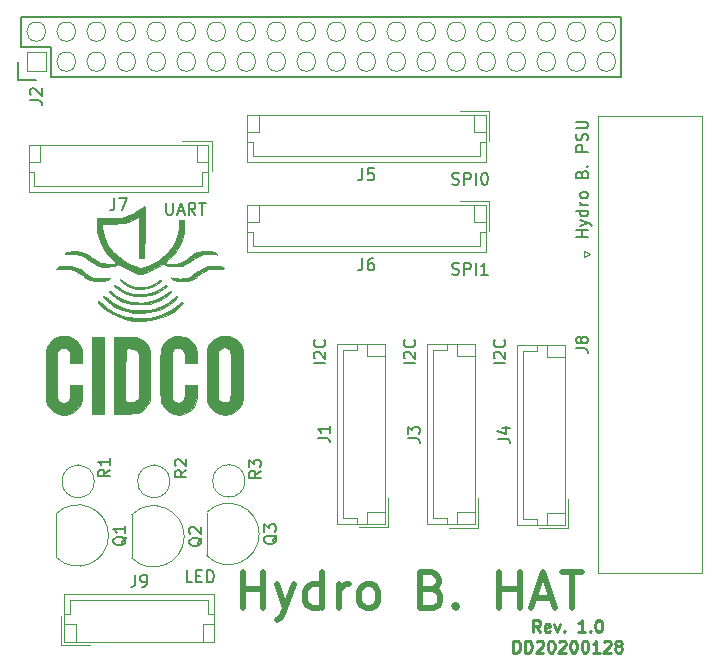
<source format=gto>
G04 #@! TF.GenerationSoftware,KiCad,Pcbnew,(5.1.5)-3*
G04 #@! TF.CreationDate,2020-01-30T14:03:48-05:00*
G04 #@! TF.ProjectId,RPi_Hat,5250695f-4861-4742-9e6b-696361645f70,1.0*
G04 #@! TF.SameCoordinates,Original*
G04 #@! TF.FileFunction,Legend,Top*
G04 #@! TF.FilePolarity,Positive*
%FSLAX46Y46*%
G04 Gerber Fmt 4.6, Leading zero omitted, Abs format (unit mm)*
G04 Created by KiCad (PCBNEW (5.1.5)-3) date 2020-01-30 14:03:48*
%MOMM*%
%LPD*%
G04 APERTURE LIST*
%ADD10C,0.500000*%
%ADD11C,0.150000*%
%ADD12C,0.250000*%
%ADD13C,0.120000*%
%ADD14C,0.010000*%
%ADD15C,0.100000*%
G04 APERTURE END LIST*
D10*
X121112142Y-120102142D02*
X121112142Y-117102142D01*
X121112142Y-118530714D02*
X122826428Y-118530714D01*
X122826428Y-120102142D02*
X122826428Y-117102142D01*
X123969285Y-118102142D02*
X124683571Y-120102142D01*
X125397857Y-118102142D02*
X124683571Y-120102142D01*
X124397857Y-120816428D01*
X124254999Y-120959285D01*
X123969285Y-121102142D01*
X127826428Y-120102142D02*
X127826428Y-117102142D01*
X127826428Y-119959285D02*
X127540714Y-120102142D01*
X126969285Y-120102142D01*
X126683571Y-119959285D01*
X126540714Y-119816428D01*
X126397857Y-119530714D01*
X126397857Y-118673571D01*
X126540714Y-118387857D01*
X126683571Y-118245000D01*
X126969285Y-118102142D01*
X127540714Y-118102142D01*
X127826428Y-118245000D01*
X129254999Y-120102142D02*
X129254999Y-118102142D01*
X129254999Y-118673571D02*
X129397857Y-118387857D01*
X129540714Y-118245000D01*
X129826428Y-118102142D01*
X130112142Y-118102142D01*
X131540714Y-120102142D02*
X131254999Y-119959285D01*
X131112142Y-119816428D01*
X130969285Y-119530714D01*
X130969285Y-118673571D01*
X131112142Y-118387857D01*
X131254999Y-118245000D01*
X131540714Y-118102142D01*
X131969285Y-118102142D01*
X132255000Y-118245000D01*
X132397857Y-118387857D01*
X132540714Y-118673571D01*
X132540714Y-119530714D01*
X132397857Y-119816428D01*
X132255000Y-119959285D01*
X131969285Y-120102142D01*
X131540714Y-120102142D01*
X137112142Y-118530714D02*
X137540714Y-118673571D01*
X137683571Y-118816428D01*
X137826428Y-119102142D01*
X137826428Y-119530714D01*
X137683571Y-119816428D01*
X137540714Y-119959285D01*
X137255000Y-120102142D01*
X136112142Y-120102142D01*
X136112142Y-117102142D01*
X137112142Y-117102142D01*
X137397857Y-117245000D01*
X137540714Y-117387857D01*
X137683571Y-117673571D01*
X137683571Y-117959285D01*
X137540714Y-118245000D01*
X137397857Y-118387857D01*
X137112142Y-118530714D01*
X136112142Y-118530714D01*
X139112142Y-119816428D02*
X139255000Y-119959285D01*
X139112142Y-120102142D01*
X138969285Y-119959285D01*
X139112142Y-119816428D01*
X139112142Y-120102142D01*
X142826428Y-120102142D02*
X142826428Y-117102142D01*
X142826428Y-118530714D02*
X144540714Y-118530714D01*
X144540714Y-120102142D02*
X144540714Y-117102142D01*
X145826428Y-119245000D02*
X147255000Y-119245000D01*
X145540714Y-120102142D02*
X146540714Y-117102142D01*
X147540714Y-120102142D01*
X148112142Y-117102142D02*
X149826428Y-117102142D01*
X148969285Y-120102142D02*
X148969285Y-117102142D01*
D11*
X150312380Y-88700952D02*
X149312380Y-88700952D01*
X149788571Y-88700952D02*
X149788571Y-88129523D01*
X150312380Y-88129523D02*
X149312380Y-88129523D01*
X149645714Y-87748571D02*
X150312380Y-87510476D01*
X149645714Y-87272380D02*
X150312380Y-87510476D01*
X150550476Y-87605714D01*
X150598095Y-87653333D01*
X150645714Y-87748571D01*
X150312380Y-86462857D02*
X149312380Y-86462857D01*
X150264761Y-86462857D02*
X150312380Y-86558095D01*
X150312380Y-86748571D01*
X150264761Y-86843809D01*
X150217142Y-86891428D01*
X150121904Y-86939047D01*
X149836190Y-86939047D01*
X149740952Y-86891428D01*
X149693333Y-86843809D01*
X149645714Y-86748571D01*
X149645714Y-86558095D01*
X149693333Y-86462857D01*
X150312380Y-85986666D02*
X149645714Y-85986666D01*
X149836190Y-85986666D02*
X149740952Y-85939047D01*
X149693333Y-85891428D01*
X149645714Y-85796190D01*
X149645714Y-85700952D01*
X150312380Y-85224761D02*
X150264761Y-85320000D01*
X150217142Y-85367619D01*
X150121904Y-85415238D01*
X149836190Y-85415238D01*
X149740952Y-85367619D01*
X149693333Y-85320000D01*
X149645714Y-85224761D01*
X149645714Y-85081904D01*
X149693333Y-84986666D01*
X149740952Y-84939047D01*
X149836190Y-84891428D01*
X150121904Y-84891428D01*
X150217142Y-84939047D01*
X150264761Y-84986666D01*
X150312380Y-85081904D01*
X150312380Y-85224761D01*
X149788571Y-83367619D02*
X149836190Y-83224761D01*
X149883809Y-83177142D01*
X149979047Y-83129523D01*
X150121904Y-83129523D01*
X150217142Y-83177142D01*
X150264761Y-83224761D01*
X150312380Y-83320000D01*
X150312380Y-83700952D01*
X149312380Y-83700952D01*
X149312380Y-83367619D01*
X149360000Y-83272380D01*
X149407619Y-83224761D01*
X149502857Y-83177142D01*
X149598095Y-83177142D01*
X149693333Y-83224761D01*
X149740952Y-83272380D01*
X149788571Y-83367619D01*
X149788571Y-83700952D01*
X150217142Y-82700952D02*
X150264761Y-82653333D01*
X150312380Y-82700952D01*
X150264761Y-82748571D01*
X150217142Y-82700952D01*
X150312380Y-82700952D01*
X150312380Y-81462857D02*
X149312380Y-81462857D01*
X149312380Y-81081904D01*
X149360000Y-80986666D01*
X149407619Y-80939047D01*
X149502857Y-80891428D01*
X149645714Y-80891428D01*
X149740952Y-80939047D01*
X149788571Y-80986666D01*
X149836190Y-81081904D01*
X149836190Y-81462857D01*
X150264761Y-80510476D02*
X150312380Y-80367619D01*
X150312380Y-80129523D01*
X150264761Y-80034285D01*
X150217142Y-79986666D01*
X150121904Y-79939047D01*
X150026666Y-79939047D01*
X149931428Y-79986666D01*
X149883809Y-80034285D01*
X149836190Y-80129523D01*
X149788571Y-80320000D01*
X149740952Y-80415238D01*
X149693333Y-80462857D01*
X149598095Y-80510476D01*
X149502857Y-80510476D01*
X149407619Y-80462857D01*
X149360000Y-80415238D01*
X149312380Y-80320000D01*
X149312380Y-80081904D01*
X149360000Y-79939047D01*
X149312380Y-79510476D02*
X150121904Y-79510476D01*
X150217142Y-79462857D01*
X150264761Y-79415238D01*
X150312380Y-79320000D01*
X150312380Y-79129523D01*
X150264761Y-79034285D01*
X150217142Y-78986666D01*
X150121904Y-78939047D01*
X149312380Y-78939047D01*
X143327380Y-99401190D02*
X142327380Y-99401190D01*
X142422619Y-98972619D02*
X142375000Y-98925000D01*
X142327380Y-98829761D01*
X142327380Y-98591666D01*
X142375000Y-98496428D01*
X142422619Y-98448809D01*
X142517857Y-98401190D01*
X142613095Y-98401190D01*
X142755952Y-98448809D01*
X143327380Y-99020238D01*
X143327380Y-98401190D01*
X143232142Y-97401190D02*
X143279761Y-97448809D01*
X143327380Y-97591666D01*
X143327380Y-97686904D01*
X143279761Y-97829761D01*
X143184523Y-97925000D01*
X143089285Y-97972619D01*
X142898809Y-98020238D01*
X142755952Y-98020238D01*
X142565476Y-97972619D01*
X142470238Y-97925000D01*
X142375000Y-97829761D01*
X142327380Y-97686904D01*
X142327380Y-97591666D01*
X142375000Y-97448809D01*
X142422619Y-97401190D01*
X135707380Y-99401190D02*
X134707380Y-99401190D01*
X134802619Y-98972619D02*
X134755000Y-98925000D01*
X134707380Y-98829761D01*
X134707380Y-98591666D01*
X134755000Y-98496428D01*
X134802619Y-98448809D01*
X134897857Y-98401190D01*
X134993095Y-98401190D01*
X135135952Y-98448809D01*
X135707380Y-99020238D01*
X135707380Y-98401190D01*
X135612142Y-97401190D02*
X135659761Y-97448809D01*
X135707380Y-97591666D01*
X135707380Y-97686904D01*
X135659761Y-97829761D01*
X135564523Y-97925000D01*
X135469285Y-97972619D01*
X135278809Y-98020238D01*
X135135952Y-98020238D01*
X134945476Y-97972619D01*
X134850238Y-97925000D01*
X134755000Y-97829761D01*
X134707380Y-97686904D01*
X134707380Y-97591666D01*
X134755000Y-97448809D01*
X134802619Y-97401190D01*
X128087380Y-99401190D02*
X127087380Y-99401190D01*
X127182619Y-98972619D02*
X127135000Y-98925000D01*
X127087380Y-98829761D01*
X127087380Y-98591666D01*
X127135000Y-98496428D01*
X127182619Y-98448809D01*
X127277857Y-98401190D01*
X127373095Y-98401190D01*
X127515952Y-98448809D01*
X128087380Y-99020238D01*
X128087380Y-98401190D01*
X127992142Y-97401190D02*
X128039761Y-97448809D01*
X128087380Y-97591666D01*
X128087380Y-97686904D01*
X128039761Y-97829761D01*
X127944523Y-97925000D01*
X127849285Y-97972619D01*
X127658809Y-98020238D01*
X127515952Y-98020238D01*
X127325476Y-97972619D01*
X127230238Y-97925000D01*
X127135000Y-97829761D01*
X127087380Y-97686904D01*
X127087380Y-97591666D01*
X127135000Y-97448809D01*
X127182619Y-97401190D01*
X116832142Y-117927380D02*
X116355952Y-117927380D01*
X116355952Y-116927380D01*
X117165476Y-117403571D02*
X117498809Y-117403571D01*
X117641666Y-117927380D02*
X117165476Y-117927380D01*
X117165476Y-116927380D01*
X117641666Y-116927380D01*
X118070238Y-117927380D02*
X118070238Y-116927380D01*
X118308333Y-116927380D01*
X118451190Y-116975000D01*
X118546428Y-117070238D01*
X118594047Y-117165476D01*
X118641666Y-117355952D01*
X118641666Y-117498809D01*
X118594047Y-117689285D01*
X118546428Y-117784523D01*
X118451190Y-117879761D01*
X118308333Y-117927380D01*
X118070238Y-117927380D01*
X138835000Y-91844761D02*
X138977857Y-91892380D01*
X139215952Y-91892380D01*
X139311190Y-91844761D01*
X139358809Y-91797142D01*
X139406428Y-91701904D01*
X139406428Y-91606666D01*
X139358809Y-91511428D01*
X139311190Y-91463809D01*
X139215952Y-91416190D01*
X139025476Y-91368571D01*
X138930238Y-91320952D01*
X138882619Y-91273333D01*
X138835000Y-91178095D01*
X138835000Y-91082857D01*
X138882619Y-90987619D01*
X138930238Y-90940000D01*
X139025476Y-90892380D01*
X139263571Y-90892380D01*
X139406428Y-90940000D01*
X139835000Y-91892380D02*
X139835000Y-90892380D01*
X140215952Y-90892380D01*
X140311190Y-90940000D01*
X140358809Y-90987619D01*
X140406428Y-91082857D01*
X140406428Y-91225714D01*
X140358809Y-91320952D01*
X140311190Y-91368571D01*
X140215952Y-91416190D01*
X139835000Y-91416190D01*
X140835000Y-91892380D02*
X140835000Y-90892380D01*
X141835000Y-91892380D02*
X141263571Y-91892380D01*
X141549285Y-91892380D02*
X141549285Y-90892380D01*
X141454047Y-91035238D01*
X141358809Y-91130476D01*
X141263571Y-91178095D01*
X138835000Y-84224761D02*
X138977857Y-84272380D01*
X139215952Y-84272380D01*
X139311190Y-84224761D01*
X139358809Y-84177142D01*
X139406428Y-84081904D01*
X139406428Y-83986666D01*
X139358809Y-83891428D01*
X139311190Y-83843809D01*
X139215952Y-83796190D01*
X139025476Y-83748571D01*
X138930238Y-83700952D01*
X138882619Y-83653333D01*
X138835000Y-83558095D01*
X138835000Y-83462857D01*
X138882619Y-83367619D01*
X138930238Y-83320000D01*
X139025476Y-83272380D01*
X139263571Y-83272380D01*
X139406428Y-83320000D01*
X139835000Y-84272380D02*
X139835000Y-83272380D01*
X140215952Y-83272380D01*
X140311190Y-83320000D01*
X140358809Y-83367619D01*
X140406428Y-83462857D01*
X140406428Y-83605714D01*
X140358809Y-83700952D01*
X140311190Y-83748571D01*
X140215952Y-83796190D01*
X139835000Y-83796190D01*
X140835000Y-84272380D02*
X140835000Y-83272380D01*
X141501666Y-83272380D02*
X141596904Y-83272380D01*
X141692142Y-83320000D01*
X141739761Y-83367619D01*
X141787380Y-83462857D01*
X141835000Y-83653333D01*
X141835000Y-83891428D01*
X141787380Y-84081904D01*
X141739761Y-84177142D01*
X141692142Y-84224761D01*
X141596904Y-84272380D01*
X141501666Y-84272380D01*
X141406428Y-84224761D01*
X141358809Y-84177142D01*
X141311190Y-84081904D01*
X141263571Y-83891428D01*
X141263571Y-83653333D01*
X141311190Y-83462857D01*
X141358809Y-83367619D01*
X141406428Y-83320000D01*
X141501666Y-83272380D01*
X114609761Y-85812380D02*
X114609761Y-86621904D01*
X114657380Y-86717142D01*
X114705000Y-86764761D01*
X114800238Y-86812380D01*
X114990714Y-86812380D01*
X115085952Y-86764761D01*
X115133571Y-86717142D01*
X115181190Y-86621904D01*
X115181190Y-85812380D01*
X115609761Y-86526666D02*
X116085952Y-86526666D01*
X115514523Y-86812380D02*
X115847857Y-85812380D01*
X116181190Y-86812380D01*
X117085952Y-86812380D02*
X116752619Y-86336190D01*
X116514523Y-86812380D02*
X116514523Y-85812380D01*
X116895476Y-85812380D01*
X116990714Y-85860000D01*
X117038333Y-85907619D01*
X117085952Y-86002857D01*
X117085952Y-86145714D01*
X117038333Y-86240952D01*
X116990714Y-86288571D01*
X116895476Y-86336190D01*
X116514523Y-86336190D01*
X117371666Y-85812380D02*
X117943095Y-85812380D01*
X117657380Y-86812380D02*
X117657380Y-85812380D01*
D12*
X146280476Y-122132380D02*
X145947142Y-121656190D01*
X145709047Y-122132380D02*
X145709047Y-121132380D01*
X146090000Y-121132380D01*
X146185238Y-121180000D01*
X146232857Y-121227619D01*
X146280476Y-121322857D01*
X146280476Y-121465714D01*
X146232857Y-121560952D01*
X146185238Y-121608571D01*
X146090000Y-121656190D01*
X145709047Y-121656190D01*
X147090000Y-122084761D02*
X146994761Y-122132380D01*
X146804285Y-122132380D01*
X146709047Y-122084761D01*
X146661428Y-121989523D01*
X146661428Y-121608571D01*
X146709047Y-121513333D01*
X146804285Y-121465714D01*
X146994761Y-121465714D01*
X147090000Y-121513333D01*
X147137619Y-121608571D01*
X147137619Y-121703809D01*
X146661428Y-121799047D01*
X147470952Y-121465714D02*
X147709047Y-122132380D01*
X147947142Y-121465714D01*
X148328095Y-122037142D02*
X148375714Y-122084761D01*
X148328095Y-122132380D01*
X148280476Y-122084761D01*
X148328095Y-122037142D01*
X148328095Y-122132380D01*
X150090000Y-122132380D02*
X149518571Y-122132380D01*
X149804285Y-122132380D02*
X149804285Y-121132380D01*
X149709047Y-121275238D01*
X149613809Y-121370476D01*
X149518571Y-121418095D01*
X150518571Y-122037142D02*
X150566190Y-122084761D01*
X150518571Y-122132380D01*
X150470952Y-122084761D01*
X150518571Y-122037142D01*
X150518571Y-122132380D01*
X151185238Y-121132380D02*
X151280476Y-121132380D01*
X151375714Y-121180000D01*
X151423333Y-121227619D01*
X151470952Y-121322857D01*
X151518571Y-121513333D01*
X151518571Y-121751428D01*
X151470952Y-121941904D01*
X151423333Y-122037142D01*
X151375714Y-122084761D01*
X151280476Y-122132380D01*
X151185238Y-122132380D01*
X151090000Y-122084761D01*
X151042380Y-122037142D01*
X150994761Y-121941904D01*
X150947142Y-121751428D01*
X150947142Y-121513333D01*
X150994761Y-121322857D01*
X151042380Y-121227619D01*
X151090000Y-121180000D01*
X151185238Y-121132380D01*
X144018571Y-123882380D02*
X144018571Y-122882380D01*
X144256666Y-122882380D01*
X144399523Y-122930000D01*
X144494761Y-123025238D01*
X144542380Y-123120476D01*
X144590000Y-123310952D01*
X144590000Y-123453809D01*
X144542380Y-123644285D01*
X144494761Y-123739523D01*
X144399523Y-123834761D01*
X144256666Y-123882380D01*
X144018571Y-123882380D01*
X145018571Y-123882380D02*
X145018571Y-122882380D01*
X145256666Y-122882380D01*
X145399523Y-122930000D01*
X145494761Y-123025238D01*
X145542380Y-123120476D01*
X145590000Y-123310952D01*
X145590000Y-123453809D01*
X145542380Y-123644285D01*
X145494761Y-123739523D01*
X145399523Y-123834761D01*
X145256666Y-123882380D01*
X145018571Y-123882380D01*
X145970952Y-122977619D02*
X146018571Y-122930000D01*
X146113809Y-122882380D01*
X146351904Y-122882380D01*
X146447142Y-122930000D01*
X146494761Y-122977619D01*
X146542380Y-123072857D01*
X146542380Y-123168095D01*
X146494761Y-123310952D01*
X145923333Y-123882380D01*
X146542380Y-123882380D01*
X147161428Y-122882380D02*
X147256666Y-122882380D01*
X147351904Y-122930000D01*
X147399523Y-122977619D01*
X147447142Y-123072857D01*
X147494761Y-123263333D01*
X147494761Y-123501428D01*
X147447142Y-123691904D01*
X147399523Y-123787142D01*
X147351904Y-123834761D01*
X147256666Y-123882380D01*
X147161428Y-123882380D01*
X147066190Y-123834761D01*
X147018571Y-123787142D01*
X146970952Y-123691904D01*
X146923333Y-123501428D01*
X146923333Y-123263333D01*
X146970952Y-123072857D01*
X147018571Y-122977619D01*
X147066190Y-122930000D01*
X147161428Y-122882380D01*
X147875714Y-122977619D02*
X147923333Y-122930000D01*
X148018571Y-122882380D01*
X148256666Y-122882380D01*
X148351904Y-122930000D01*
X148399523Y-122977619D01*
X148447142Y-123072857D01*
X148447142Y-123168095D01*
X148399523Y-123310952D01*
X147828095Y-123882380D01*
X148447142Y-123882380D01*
X149066190Y-122882380D02*
X149161428Y-122882380D01*
X149256666Y-122930000D01*
X149304285Y-122977619D01*
X149351904Y-123072857D01*
X149399523Y-123263333D01*
X149399523Y-123501428D01*
X149351904Y-123691904D01*
X149304285Y-123787142D01*
X149256666Y-123834761D01*
X149161428Y-123882380D01*
X149066190Y-123882380D01*
X148970952Y-123834761D01*
X148923333Y-123787142D01*
X148875714Y-123691904D01*
X148828095Y-123501428D01*
X148828095Y-123263333D01*
X148875714Y-123072857D01*
X148923333Y-122977619D01*
X148970952Y-122930000D01*
X149066190Y-122882380D01*
X150018571Y-122882380D02*
X150113809Y-122882380D01*
X150209047Y-122930000D01*
X150256666Y-122977619D01*
X150304285Y-123072857D01*
X150351904Y-123263333D01*
X150351904Y-123501428D01*
X150304285Y-123691904D01*
X150256666Y-123787142D01*
X150209047Y-123834761D01*
X150113809Y-123882380D01*
X150018571Y-123882380D01*
X149923333Y-123834761D01*
X149875714Y-123787142D01*
X149828095Y-123691904D01*
X149780476Y-123501428D01*
X149780476Y-123263333D01*
X149828095Y-123072857D01*
X149875714Y-122977619D01*
X149923333Y-122930000D01*
X150018571Y-122882380D01*
X151304285Y-123882380D02*
X150732857Y-123882380D01*
X151018571Y-123882380D02*
X151018571Y-122882380D01*
X150923333Y-123025238D01*
X150828095Y-123120476D01*
X150732857Y-123168095D01*
X151685238Y-122977619D02*
X151732857Y-122930000D01*
X151828095Y-122882380D01*
X152066190Y-122882380D01*
X152161428Y-122930000D01*
X152209047Y-122977619D01*
X152256666Y-123072857D01*
X152256666Y-123168095D01*
X152209047Y-123310952D01*
X151637619Y-123882380D01*
X152256666Y-123882380D01*
X152828095Y-123310952D02*
X152732857Y-123263333D01*
X152685238Y-123215714D01*
X152637619Y-123120476D01*
X152637619Y-123072857D01*
X152685238Y-122977619D01*
X152732857Y-122930000D01*
X152828095Y-122882380D01*
X153018571Y-122882380D01*
X153113809Y-122930000D01*
X153161428Y-122977619D01*
X153209047Y-123072857D01*
X153209047Y-123120476D01*
X153161428Y-123215714D01*
X153113809Y-123263333D01*
X153018571Y-123310952D01*
X152828095Y-123310952D01*
X152732857Y-123358571D01*
X152685238Y-123406190D01*
X152637619Y-123501428D01*
X152637619Y-123691904D01*
X152685238Y-123787142D01*
X152732857Y-123834761D01*
X152828095Y-123882380D01*
X153018571Y-123882380D01*
X153113809Y-123834761D01*
X153161428Y-123787142D01*
X153209047Y-123691904D01*
X153209047Y-123501428D01*
X153161428Y-123406190D01*
X153113809Y-123358571D01*
X153018571Y-123310952D01*
D13*
X119913400Y-107977000D02*
X119913400Y-107907000D01*
X121283400Y-109347000D02*
G75*
G03X121283400Y-109347000I-1370000J0D01*
G01*
X113563400Y-108027800D02*
X113563400Y-107957800D01*
X114933400Y-109397800D02*
G75*
G03X114933400Y-109397800I-1370000J0D01*
G01*
X107162600Y-108027800D02*
X107162600Y-107957800D01*
X108532600Y-109397800D02*
G75*
G03X108532600Y-109397800I-1370000J0D01*
G01*
D14*
G36*
X112780286Y-86129252D02*
G01*
X112784421Y-86266860D01*
X112787351Y-86480735D01*
X112789151Y-86758216D01*
X112789891Y-87086639D01*
X112789646Y-87453344D01*
X112788489Y-87845669D01*
X112786491Y-88250951D01*
X112783726Y-88656528D01*
X112780267Y-89049739D01*
X112776186Y-89417921D01*
X112771557Y-89748413D01*
X112766451Y-90028553D01*
X112760943Y-90245679D01*
X112755105Y-90387128D01*
X112749804Y-90438804D01*
X112682394Y-90483469D01*
X112532300Y-90492889D01*
X112522786Y-90492372D01*
X112318800Y-90480336D01*
X112318800Y-88737668D01*
X112318267Y-88328364D01*
X112316753Y-87953249D01*
X112314384Y-87623937D01*
X112311288Y-87352038D01*
X112307590Y-87149164D01*
X112303417Y-87026928D01*
X112299798Y-86995000D01*
X112248456Y-87017633D01*
X112138047Y-87075497D01*
X112055938Y-87120675D01*
X111750615Y-87272579D01*
X111432747Y-87389561D01*
X111082296Y-87476154D01*
X110679225Y-87536887D01*
X110203496Y-87576294D01*
X109994700Y-87586828D01*
X109220000Y-87620347D01*
X109220000Y-87881200D01*
X109255867Y-88236925D01*
X109356735Y-88632441D01*
X109512503Y-89039114D01*
X109713069Y-89428308D01*
X109830899Y-89613088D01*
X110128337Y-89976748D01*
X110507767Y-90331403D01*
X110949736Y-90662466D01*
X111434790Y-90955347D01*
X111938295Y-91193353D01*
X112133782Y-91270363D01*
X112290780Y-91318743D01*
X112430820Y-91335931D01*
X112575432Y-91319364D01*
X112746146Y-91266480D01*
X112964494Y-91174717D01*
X113252006Y-91041512D01*
X113264828Y-91035484D01*
X113878469Y-90702555D01*
X114404482Y-90322614D01*
X114841797Y-89897007D01*
X115189340Y-89427077D01*
X115446038Y-88914172D01*
X115610819Y-88359636D01*
X115662983Y-88027462D01*
X115681391Y-87806904D01*
X115688945Y-87598801D01*
X115684200Y-87445480D01*
X115683200Y-87436475D01*
X115659778Y-87242950D01*
X116154200Y-87274400D01*
X116146467Y-87719491D01*
X116086499Y-88342715D01*
X115930402Y-88936536D01*
X115680734Y-89495709D01*
X115340053Y-90014991D01*
X114910917Y-90489138D01*
X114706310Y-90672386D01*
X114581857Y-90781612D01*
X114499009Y-90862716D01*
X114476149Y-90896482D01*
X114552464Y-90924663D01*
X114701886Y-90947483D01*
X114895985Y-90963217D01*
X115106333Y-90970139D01*
X115304503Y-90966523D01*
X115436086Y-90954754D01*
X115807301Y-90873814D01*
X116125746Y-90735382D01*
X116430576Y-90521575D01*
X116484519Y-90475875D01*
X116686849Y-90320678D01*
X116923271Y-90167843D01*
X117094000Y-90074977D01*
X117239506Y-90007640D01*
X117361633Y-89962592D01*
X117487077Y-89935370D01*
X117642539Y-89921513D01*
X117854715Y-89916559D01*
X118045277Y-89916000D01*
X118306035Y-89916791D01*
X118485859Y-89921747D01*
X118605414Y-89934740D01*
X118685365Y-89959644D01*
X118746377Y-90000333D01*
X118807277Y-90058813D01*
X118948200Y-90201627D01*
X118795800Y-90160413D01*
X118673683Y-90141892D01*
X118485680Y-90129533D01*
X118267422Y-90125440D01*
X118211600Y-90125965D01*
X117761855Y-90167286D01*
X117368773Y-90281964D01*
X117010493Y-90478881D01*
X116687600Y-90745292D01*
X116576485Y-90829541D01*
X116409353Y-90931944D01*
X116230400Y-91026292D01*
X116081228Y-91095453D01*
X115956265Y-91141127D01*
X115827511Y-91168162D01*
X115666966Y-91181403D01*
X115446629Y-91185695D01*
X115307556Y-91186000D01*
X115047496Y-91184209D01*
X114866758Y-91176568D01*
X114743095Y-91159675D01*
X114654260Y-91130125D01*
X114578002Y-91084516D01*
X114560313Y-91071700D01*
X114445687Y-90992334D01*
X114362787Y-90966788D01*
X114273549Y-90996325D01*
X114139910Y-91082210D01*
X114134573Y-91085836D01*
X113942967Y-91202852D01*
X113689542Y-91339652D01*
X113407448Y-91479921D01*
X113129839Y-91607347D01*
X112889866Y-91705615D01*
X112835104Y-91725281D01*
X112545775Y-91800048D01*
X112286376Y-91804284D01*
X112014059Y-91736712D01*
X111912400Y-91697760D01*
X111364061Y-91446543D01*
X110811049Y-91143142D01*
X110783701Y-91126761D01*
X110493203Y-90951989D01*
X110342803Y-91063185D01*
X110247291Y-91119742D01*
X110126873Y-91157650D01*
X109955905Y-91182449D01*
X109711745Y-91199522D01*
X109294508Y-91198032D01*
X108938948Y-91139957D01*
X108617170Y-91016655D01*
X108301276Y-90819489D01*
X108178600Y-90724713D01*
X107750687Y-90425876D01*
X107326087Y-90225700D01*
X106897384Y-90121815D01*
X106457165Y-90111850D01*
X106312503Y-90128132D01*
X106136725Y-90151750D01*
X106043062Y-90156490D01*
X106013280Y-90139337D01*
X106029140Y-90097279D01*
X106037949Y-90082762D01*
X106153676Y-89988413D01*
X106359727Y-89926710D01*
X106649805Y-89898880D01*
X106959400Y-89902862D01*
X107328843Y-89940792D01*
X107644704Y-90021853D01*
X107939453Y-90158781D01*
X108245564Y-90364313D01*
X108356352Y-90450763D01*
X108560388Y-90601377D01*
X108774467Y-90738282D01*
X108962152Y-90838793D01*
X109016752Y-90861893D01*
X109271770Y-90929171D01*
X109582152Y-90968294D01*
X109904884Y-90976496D01*
X110196953Y-90951013D01*
X110250077Y-90941183D01*
X110441955Y-90901479D01*
X110141369Y-90650315D01*
X109795057Y-90313376D01*
X109473378Y-89910547D01*
X109195818Y-89471101D01*
X108981863Y-89024309D01*
X108896716Y-88780536D01*
X108829736Y-88506407D01*
X108776132Y-88194253D01*
X108739908Y-87878447D01*
X108725066Y-87593362D01*
X108734139Y-87384501D01*
X108766937Y-87122000D01*
X109641168Y-87118324D01*
X110100251Y-87110529D01*
X110478486Y-87089524D01*
X110796091Y-87052496D01*
X111073284Y-86996631D01*
X111330284Y-86919115D01*
X111479657Y-86862480D01*
X111786501Y-86719724D01*
X112113704Y-86537064D01*
X112416310Y-86340787D01*
X112571674Y-86223935D01*
X112683601Y-86137504D01*
X112760138Y-86086451D01*
X112774874Y-86080573D01*
X112780286Y-86129252D01*
G37*
X112780286Y-86129252D02*
X112784421Y-86266860D01*
X112787351Y-86480735D01*
X112789151Y-86758216D01*
X112789891Y-87086639D01*
X112789646Y-87453344D01*
X112788489Y-87845669D01*
X112786491Y-88250951D01*
X112783726Y-88656528D01*
X112780267Y-89049739D01*
X112776186Y-89417921D01*
X112771557Y-89748413D01*
X112766451Y-90028553D01*
X112760943Y-90245679D01*
X112755105Y-90387128D01*
X112749804Y-90438804D01*
X112682394Y-90483469D01*
X112532300Y-90492889D01*
X112522786Y-90492372D01*
X112318800Y-90480336D01*
X112318800Y-88737668D01*
X112318267Y-88328364D01*
X112316753Y-87953249D01*
X112314384Y-87623937D01*
X112311288Y-87352038D01*
X112307590Y-87149164D01*
X112303417Y-87026928D01*
X112299798Y-86995000D01*
X112248456Y-87017633D01*
X112138047Y-87075497D01*
X112055938Y-87120675D01*
X111750615Y-87272579D01*
X111432747Y-87389561D01*
X111082296Y-87476154D01*
X110679225Y-87536887D01*
X110203496Y-87576294D01*
X109994700Y-87586828D01*
X109220000Y-87620347D01*
X109220000Y-87881200D01*
X109255867Y-88236925D01*
X109356735Y-88632441D01*
X109512503Y-89039114D01*
X109713069Y-89428308D01*
X109830899Y-89613088D01*
X110128337Y-89976748D01*
X110507767Y-90331403D01*
X110949736Y-90662466D01*
X111434790Y-90955347D01*
X111938295Y-91193353D01*
X112133782Y-91270363D01*
X112290780Y-91318743D01*
X112430820Y-91335931D01*
X112575432Y-91319364D01*
X112746146Y-91266480D01*
X112964494Y-91174717D01*
X113252006Y-91041512D01*
X113264828Y-91035484D01*
X113878469Y-90702555D01*
X114404482Y-90322614D01*
X114841797Y-89897007D01*
X115189340Y-89427077D01*
X115446038Y-88914172D01*
X115610819Y-88359636D01*
X115662983Y-88027462D01*
X115681391Y-87806904D01*
X115688945Y-87598801D01*
X115684200Y-87445480D01*
X115683200Y-87436475D01*
X115659778Y-87242950D01*
X116154200Y-87274400D01*
X116146467Y-87719491D01*
X116086499Y-88342715D01*
X115930402Y-88936536D01*
X115680734Y-89495709D01*
X115340053Y-90014991D01*
X114910917Y-90489138D01*
X114706310Y-90672386D01*
X114581857Y-90781612D01*
X114499009Y-90862716D01*
X114476149Y-90896482D01*
X114552464Y-90924663D01*
X114701886Y-90947483D01*
X114895985Y-90963217D01*
X115106333Y-90970139D01*
X115304503Y-90966523D01*
X115436086Y-90954754D01*
X115807301Y-90873814D01*
X116125746Y-90735382D01*
X116430576Y-90521575D01*
X116484519Y-90475875D01*
X116686849Y-90320678D01*
X116923271Y-90167843D01*
X117094000Y-90074977D01*
X117239506Y-90007640D01*
X117361633Y-89962592D01*
X117487077Y-89935370D01*
X117642539Y-89921513D01*
X117854715Y-89916559D01*
X118045277Y-89916000D01*
X118306035Y-89916791D01*
X118485859Y-89921747D01*
X118605414Y-89934740D01*
X118685365Y-89959644D01*
X118746377Y-90000333D01*
X118807277Y-90058813D01*
X118948200Y-90201627D01*
X118795800Y-90160413D01*
X118673683Y-90141892D01*
X118485680Y-90129533D01*
X118267422Y-90125440D01*
X118211600Y-90125965D01*
X117761855Y-90167286D01*
X117368773Y-90281964D01*
X117010493Y-90478881D01*
X116687600Y-90745292D01*
X116576485Y-90829541D01*
X116409353Y-90931944D01*
X116230400Y-91026292D01*
X116081228Y-91095453D01*
X115956265Y-91141127D01*
X115827511Y-91168162D01*
X115666966Y-91181403D01*
X115446629Y-91185695D01*
X115307556Y-91186000D01*
X115047496Y-91184209D01*
X114866758Y-91176568D01*
X114743095Y-91159675D01*
X114654260Y-91130125D01*
X114578002Y-91084516D01*
X114560313Y-91071700D01*
X114445687Y-90992334D01*
X114362787Y-90966788D01*
X114273549Y-90996325D01*
X114139910Y-91082210D01*
X114134573Y-91085836D01*
X113942967Y-91202852D01*
X113689542Y-91339652D01*
X113407448Y-91479921D01*
X113129839Y-91607347D01*
X112889866Y-91705615D01*
X112835104Y-91725281D01*
X112545775Y-91800048D01*
X112286376Y-91804284D01*
X112014059Y-91736712D01*
X111912400Y-91697760D01*
X111364061Y-91446543D01*
X110811049Y-91143142D01*
X110783701Y-91126761D01*
X110493203Y-90951989D01*
X110342803Y-91063185D01*
X110247291Y-91119742D01*
X110126873Y-91157650D01*
X109955905Y-91182449D01*
X109711745Y-91199522D01*
X109294508Y-91198032D01*
X108938948Y-91139957D01*
X108617170Y-91016655D01*
X108301276Y-90819489D01*
X108178600Y-90724713D01*
X107750687Y-90425876D01*
X107326087Y-90225700D01*
X106897384Y-90121815D01*
X106457165Y-90111850D01*
X106312503Y-90128132D01*
X106136725Y-90151750D01*
X106043062Y-90156490D01*
X106013280Y-90139337D01*
X106029140Y-90097279D01*
X106037949Y-90082762D01*
X106153676Y-89988413D01*
X106359727Y-89926710D01*
X106649805Y-89898880D01*
X106959400Y-89902862D01*
X107328843Y-89940792D01*
X107644704Y-90021853D01*
X107939453Y-90158781D01*
X108245564Y-90364313D01*
X108356352Y-90450763D01*
X108560388Y-90601377D01*
X108774467Y-90738282D01*
X108962152Y-90838793D01*
X109016752Y-90861893D01*
X109271770Y-90929171D01*
X109582152Y-90968294D01*
X109904884Y-90976496D01*
X110196953Y-90951013D01*
X110250077Y-90941183D01*
X110441955Y-90901479D01*
X110141369Y-90650315D01*
X109795057Y-90313376D01*
X109473378Y-89910547D01*
X109195818Y-89471101D01*
X108981863Y-89024309D01*
X108896716Y-88780536D01*
X108829736Y-88506407D01*
X108776132Y-88194253D01*
X108739908Y-87878447D01*
X108725066Y-87593362D01*
X108734139Y-87384501D01*
X108766937Y-87122000D01*
X109641168Y-87118324D01*
X110100251Y-87110529D01*
X110478486Y-87089524D01*
X110796091Y-87052496D01*
X111073284Y-86996631D01*
X111330284Y-86919115D01*
X111479657Y-86862480D01*
X111786501Y-86719724D01*
X112113704Y-86537064D01*
X112416310Y-86340787D01*
X112571674Y-86223935D01*
X112683601Y-86137504D01*
X112760138Y-86086451D01*
X112774874Y-86080573D01*
X112780286Y-86129252D01*
G36*
X118971308Y-91140741D02*
G01*
X119194630Y-91165829D01*
X119347757Y-91209844D01*
X119350848Y-91211400D01*
X119464135Y-91277180D01*
X119505314Y-91325176D01*
X119468221Y-91357872D01*
X119346693Y-91377756D01*
X119134568Y-91387313D01*
X118910046Y-91389200D01*
X118643740Y-91390636D01*
X118452379Y-91397910D01*
X118309314Y-91415470D01*
X118187899Y-91447763D01*
X118061488Y-91499238D01*
X117957600Y-91548177D01*
X117735931Y-91671874D01*
X117501849Y-91828521D01*
X117348119Y-91949075D01*
X117119172Y-92132793D01*
X116909933Y-92260394D01*
X116691405Y-92342237D01*
X116434593Y-92388678D01*
X116110501Y-92410072D01*
X116052600Y-92411807D01*
X115807345Y-92413625D01*
X115584681Y-92406834D01*
X115413462Y-92392773D01*
X115337268Y-92378604D01*
X115191416Y-92308034D01*
X115083268Y-92220192D01*
X115018980Y-92143083D01*
X115028919Y-92124295D01*
X115112800Y-92144121D01*
X115408819Y-92196630D01*
X115748316Y-92214500D01*
X116078680Y-92196093D01*
X116198141Y-92177894D01*
X116398501Y-92128631D01*
X116593339Y-92052838D01*
X116802433Y-91939792D01*
X117045561Y-91778773D01*
X117342501Y-91559061D01*
X117349169Y-91553960D01*
X117564762Y-91408853D01*
X117792830Y-91287044D01*
X117950949Y-91224341D01*
X118167612Y-91176380D01*
X118429055Y-91146282D01*
X118706535Y-91134314D01*
X118971308Y-91140741D01*
G37*
X118971308Y-91140741D02*
X119194630Y-91165829D01*
X119347757Y-91209844D01*
X119350848Y-91211400D01*
X119464135Y-91277180D01*
X119505314Y-91325176D01*
X119468221Y-91357872D01*
X119346693Y-91377756D01*
X119134568Y-91387313D01*
X118910046Y-91389200D01*
X118643740Y-91390636D01*
X118452379Y-91397910D01*
X118309314Y-91415470D01*
X118187899Y-91447763D01*
X118061488Y-91499238D01*
X117957600Y-91548177D01*
X117735931Y-91671874D01*
X117501849Y-91828521D01*
X117348119Y-91949075D01*
X117119172Y-92132793D01*
X116909933Y-92260394D01*
X116691405Y-92342237D01*
X116434593Y-92388678D01*
X116110501Y-92410072D01*
X116052600Y-92411807D01*
X115807345Y-92413625D01*
X115584681Y-92406834D01*
X115413462Y-92392773D01*
X115337268Y-92378604D01*
X115191416Y-92308034D01*
X115083268Y-92220192D01*
X115018980Y-92143083D01*
X115028919Y-92124295D01*
X115112800Y-92144121D01*
X115408819Y-92196630D01*
X115748316Y-92214500D01*
X116078680Y-92196093D01*
X116198141Y-92177894D01*
X116398501Y-92128631D01*
X116593339Y-92052838D01*
X116802433Y-91939792D01*
X117045561Y-91778773D01*
X117342501Y-91559061D01*
X117349169Y-91553960D01*
X117564762Y-91408853D01*
X117792830Y-91287044D01*
X117950949Y-91224341D01*
X118167612Y-91176380D01*
X118429055Y-91146282D01*
X118706535Y-91134314D01*
X118971308Y-91140741D01*
G36*
X106470766Y-91137976D02*
G01*
X106790969Y-91196390D01*
X107090137Y-91287751D01*
X107345803Y-91409740D01*
X107461051Y-91490119D01*
X107768033Y-91733895D01*
X108021865Y-91915787D01*
X108242481Y-92044487D01*
X108449817Y-92128690D01*
X108663807Y-92177088D01*
X108904384Y-92198375D01*
X109093000Y-92201800D01*
X109316203Y-92197594D01*
X109515608Y-92186205D01*
X109658336Y-92169776D01*
X109689900Y-92162932D01*
X109798408Y-92149658D01*
X109825530Y-92184846D01*
X109771076Y-92255887D01*
X109692182Y-92315097D01*
X109553432Y-92367927D01*
X109341351Y-92404136D01*
X109082910Y-92423298D01*
X108805079Y-92424984D01*
X108534830Y-92408768D01*
X108299132Y-92374222D01*
X108169988Y-92339207D01*
X107988857Y-92256512D01*
X107780924Y-92135038D01*
X107617572Y-92020690D01*
X107384097Y-91841199D01*
X107208190Y-91712581D01*
X107068389Y-91621863D01*
X106943229Y-91556072D01*
X106811245Y-91502234D01*
X106690866Y-91460563D01*
X106514749Y-91408796D01*
X106347204Y-91378769D01*
X106154266Y-91366994D01*
X105901970Y-91369978D01*
X105832674Y-91372359D01*
X105298910Y-91392117D01*
X105428997Y-91280221D01*
X105608646Y-91183633D01*
X105857136Y-91129277D01*
X106151999Y-91114831D01*
X106470766Y-91137976D01*
G37*
X106470766Y-91137976D02*
X106790969Y-91196390D01*
X107090137Y-91287751D01*
X107345803Y-91409740D01*
X107461051Y-91490119D01*
X107768033Y-91733895D01*
X108021865Y-91915787D01*
X108242481Y-92044487D01*
X108449817Y-92128690D01*
X108663807Y-92177088D01*
X108904384Y-92198375D01*
X109093000Y-92201800D01*
X109316203Y-92197594D01*
X109515608Y-92186205D01*
X109658336Y-92169776D01*
X109689900Y-92162932D01*
X109798408Y-92149658D01*
X109825530Y-92184846D01*
X109771076Y-92255887D01*
X109692182Y-92315097D01*
X109553432Y-92367927D01*
X109341351Y-92404136D01*
X109082910Y-92423298D01*
X108805079Y-92424984D01*
X108534830Y-92408768D01*
X108299132Y-92374222D01*
X108169988Y-92339207D01*
X107988857Y-92256512D01*
X107780924Y-92135038D01*
X107617572Y-92020690D01*
X107384097Y-91841199D01*
X107208190Y-91712581D01*
X107068389Y-91621863D01*
X106943229Y-91556072D01*
X106811245Y-91502234D01*
X106690866Y-91460563D01*
X106514749Y-91408796D01*
X106347204Y-91378769D01*
X106154266Y-91366994D01*
X105901970Y-91369978D01*
X105832674Y-91372359D01*
X105298910Y-91392117D01*
X105428997Y-91280221D01*
X105608646Y-91183633D01*
X105857136Y-91129277D01*
X106151999Y-91114831D01*
X106470766Y-91137976D01*
G36*
X110815206Y-92328250D02*
G01*
X110934519Y-92412029D01*
X111289649Y-92659331D01*
X111641869Y-92827875D01*
X112026949Y-92932848D01*
X112238265Y-92965656D01*
X112611785Y-92969062D01*
X113011469Y-92898141D01*
X113406054Y-92762377D01*
X113764276Y-92571255D01*
X113924765Y-92453994D01*
X114053596Y-92361224D01*
X114144147Y-92321009D01*
X114172612Y-92328373D01*
X114188436Y-92378612D01*
X114162647Y-92433992D01*
X114082201Y-92508197D01*
X113934051Y-92614911D01*
X113837034Y-92680380D01*
X113410989Y-92910218D01*
X112960084Y-93044242D01*
X112471978Y-93086069D01*
X112453148Y-93085897D01*
X112228697Y-93077717D01*
X112017717Y-93060828D01*
X111861398Y-93038661D01*
X111846282Y-93035347D01*
X111536478Y-92930577D01*
X111216924Y-92769261D01*
X110937261Y-92577285D01*
X110888789Y-92535983D01*
X110762901Y-92408348D01*
X110711122Y-92324548D01*
X110729781Y-92294532D01*
X110815206Y-92328250D01*
G37*
X110815206Y-92328250D02*
X110934519Y-92412029D01*
X111289649Y-92659331D01*
X111641869Y-92827875D01*
X112026949Y-92932848D01*
X112238265Y-92965656D01*
X112611785Y-92969062D01*
X113011469Y-92898141D01*
X113406054Y-92762377D01*
X113764276Y-92571255D01*
X113924765Y-92453994D01*
X114053596Y-92361224D01*
X114144147Y-92321009D01*
X114172612Y-92328373D01*
X114188436Y-92378612D01*
X114162647Y-92433992D01*
X114082201Y-92508197D01*
X113934051Y-92614911D01*
X113837034Y-92680380D01*
X113410989Y-92910218D01*
X112960084Y-93044242D01*
X112471978Y-93086069D01*
X112453148Y-93085897D01*
X112228697Y-93077717D01*
X112017717Y-93060828D01*
X111861398Y-93038661D01*
X111846282Y-93035347D01*
X111536478Y-92930577D01*
X111216924Y-92769261D01*
X110937261Y-92577285D01*
X110888789Y-92535983D01*
X110762901Y-92408348D01*
X110711122Y-92324548D01*
X110729781Y-92294532D01*
X110815206Y-92328250D01*
G36*
X110389434Y-92820564D02*
G01*
X110458998Y-92876067D01*
X110848062Y-93152941D01*
X111294916Y-93360553D01*
X111781457Y-93497186D01*
X112289580Y-93561127D01*
X112801183Y-93550658D01*
X113298162Y-93464066D01*
X113762412Y-93299635D01*
X113944400Y-93206316D01*
X114128894Y-93090957D01*
X114322033Y-92954595D01*
X114385514Y-92905349D01*
X114533896Y-92803480D01*
X114621820Y-92775692D01*
X114644376Y-92810999D01*
X114596656Y-92898413D01*
X114473753Y-93026947D01*
X114449397Y-93048347D01*
X114081017Y-93304474D01*
X113645750Y-93504355D01*
X113164782Y-93642397D01*
X112659299Y-93713011D01*
X112150484Y-93710606D01*
X111999933Y-93694755D01*
X111595033Y-93613900D01*
X111194770Y-93482673D01*
X110824728Y-93312443D01*
X110510494Y-93114578D01*
X110320734Y-92948527D01*
X110233610Y-92833906D01*
X110224956Y-92769689D01*
X110281366Y-92762900D01*
X110389434Y-92820564D01*
G37*
X110389434Y-92820564D02*
X110458998Y-92876067D01*
X110848062Y-93152941D01*
X111294916Y-93360553D01*
X111781457Y-93497186D01*
X112289580Y-93561127D01*
X112801183Y-93550658D01*
X113298162Y-93464066D01*
X113762412Y-93299635D01*
X113944400Y-93206316D01*
X114128894Y-93090957D01*
X114322033Y-92954595D01*
X114385514Y-92905349D01*
X114533896Y-92803480D01*
X114621820Y-92775692D01*
X114644376Y-92810999D01*
X114596656Y-92898413D01*
X114473753Y-93026947D01*
X114449397Y-93048347D01*
X114081017Y-93304474D01*
X113645750Y-93504355D01*
X113164782Y-93642397D01*
X112659299Y-93713011D01*
X112150484Y-93710606D01*
X111999933Y-93694755D01*
X111595033Y-93613900D01*
X111194770Y-93482673D01*
X110824728Y-93312443D01*
X110510494Y-93114578D01*
X110320734Y-92948527D01*
X110233610Y-92833906D01*
X110224956Y-92769689D01*
X110281366Y-92762900D01*
X110389434Y-92820564D01*
G36*
X109901538Y-93275958D02*
G01*
X110013564Y-93361120D01*
X110142501Y-93474662D01*
X110388652Y-93664825D01*
X110703463Y-93848779D01*
X111054449Y-94010734D01*
X111409125Y-94134899D01*
X111598221Y-94182242D01*
X112042202Y-94243292D01*
X112517747Y-94255130D01*
X112980975Y-94218386D01*
X113300266Y-94157736D01*
X113650061Y-94045801D01*
X114009727Y-93889458D01*
X114346010Y-93705589D01*
X114625655Y-93511072D01*
X114700120Y-93447167D01*
X114854531Y-93314083D01*
X114951510Y-93253586D01*
X115000410Y-93261699D01*
X115011200Y-93314892D01*
X114969899Y-93401093D01*
X114858257Y-93521870D01*
X114694661Y-93662307D01*
X114497500Y-93807486D01*
X114285160Y-93942490D01*
X114140061Y-94021586D01*
X113692553Y-94213436D01*
X113237833Y-94336970D01*
X112745712Y-94398811D01*
X112374173Y-94409002D01*
X111960797Y-94394488D01*
X111619024Y-94353402D01*
X111411593Y-94308299D01*
X110993797Y-94171868D01*
X110594575Y-93991163D01*
X110244445Y-93781468D01*
X110040048Y-93621269D01*
X109883781Y-93465980D01*
X109795858Y-93345520D01*
X109780904Y-93268499D01*
X109837031Y-93243400D01*
X109901538Y-93275958D01*
G37*
X109901538Y-93275958D02*
X110013564Y-93361120D01*
X110142501Y-93474662D01*
X110388652Y-93664825D01*
X110703463Y-93848779D01*
X111054449Y-94010734D01*
X111409125Y-94134899D01*
X111598221Y-94182242D01*
X112042202Y-94243292D01*
X112517747Y-94255130D01*
X112980975Y-94218386D01*
X113300266Y-94157736D01*
X113650061Y-94045801D01*
X114009727Y-93889458D01*
X114346010Y-93705589D01*
X114625655Y-93511072D01*
X114700120Y-93447167D01*
X114854531Y-93314083D01*
X114951510Y-93253586D01*
X115000410Y-93261699D01*
X115011200Y-93314892D01*
X114969899Y-93401093D01*
X114858257Y-93521870D01*
X114694661Y-93662307D01*
X114497500Y-93807486D01*
X114285160Y-93942490D01*
X114140061Y-94021586D01*
X113692553Y-94213436D01*
X113237833Y-94336970D01*
X112745712Y-94398811D01*
X112374173Y-94409002D01*
X111960797Y-94394488D01*
X111619024Y-94353402D01*
X111411593Y-94308299D01*
X110993797Y-94171868D01*
X110594575Y-93991163D01*
X110244445Y-93781468D01*
X110040048Y-93621269D01*
X109883781Y-93465980D01*
X109795858Y-93345520D01*
X109780904Y-93268499D01*
X109837031Y-93243400D01*
X109901538Y-93275958D01*
G36*
X109355494Y-93667020D02*
G01*
X109471267Y-93744224D01*
X109644794Y-93893663D01*
X109710176Y-93954123D01*
X110062034Y-94233785D01*
X110483625Y-94474566D01*
X110504049Y-94484482D01*
X110814760Y-94628265D01*
X111082718Y-94734410D01*
X111333971Y-94808294D01*
X111594568Y-94855290D01*
X111890557Y-94880774D01*
X112247985Y-94890119D01*
X112471200Y-94890367D01*
X112786551Y-94888129D01*
X113023779Y-94882492D01*
X113206359Y-94870496D01*
X113357764Y-94849182D01*
X113501471Y-94815591D01*
X113660955Y-94766763D01*
X113787070Y-94724476D01*
X114299468Y-94517217D01*
X114740337Y-94263965D01*
X115134814Y-93949996D01*
X115177542Y-93910090D01*
X115340333Y-93764367D01*
X115448780Y-93689678D01*
X115513729Y-93679132D01*
X115526979Y-93688059D01*
X115539554Y-93765882D01*
X115475925Y-93882355D01*
X115348496Y-94026420D01*
X115169674Y-94187021D01*
X114951865Y-94353102D01*
X114707475Y-94513604D01*
X114448909Y-94657473D01*
X114427000Y-94668419D01*
X113992471Y-94857118D01*
X113559100Y-94986828D01*
X113094826Y-95064994D01*
X112572800Y-95098923D01*
X112317259Y-95103475D01*
X112088769Y-95103675D01*
X111912018Y-95099755D01*
X111811695Y-95091947D01*
X111810800Y-95091783D01*
X111284689Y-94978208D01*
X110838892Y-94846456D01*
X110452687Y-94689040D01*
X110105353Y-94498473D01*
X110024631Y-94446413D01*
X109848107Y-94317693D01*
X109667929Y-94167176D01*
X109502339Y-94012561D01*
X109369577Y-93871549D01*
X109287883Y-93761838D01*
X109270800Y-93714941D01*
X109290873Y-93658457D01*
X109355494Y-93667020D01*
G37*
X109355494Y-93667020D02*
X109471267Y-93744224D01*
X109644794Y-93893663D01*
X109710176Y-93954123D01*
X110062034Y-94233785D01*
X110483625Y-94474566D01*
X110504049Y-94484482D01*
X110814760Y-94628265D01*
X111082718Y-94734410D01*
X111333971Y-94808294D01*
X111594568Y-94855290D01*
X111890557Y-94880774D01*
X112247985Y-94890119D01*
X112471200Y-94890367D01*
X112786551Y-94888129D01*
X113023779Y-94882492D01*
X113206359Y-94870496D01*
X113357764Y-94849182D01*
X113501471Y-94815591D01*
X113660955Y-94766763D01*
X113787070Y-94724476D01*
X114299468Y-94517217D01*
X114740337Y-94263965D01*
X115134814Y-93949996D01*
X115177542Y-93910090D01*
X115340333Y-93764367D01*
X115448780Y-93689678D01*
X115513729Y-93679132D01*
X115526979Y-93688059D01*
X115539554Y-93765882D01*
X115475925Y-93882355D01*
X115348496Y-94026420D01*
X115169674Y-94187021D01*
X114951865Y-94353102D01*
X114707475Y-94513604D01*
X114448909Y-94657473D01*
X114427000Y-94668419D01*
X113992471Y-94857118D01*
X113559100Y-94986828D01*
X113094826Y-95064994D01*
X112572800Y-95098923D01*
X112317259Y-95103475D01*
X112088769Y-95103675D01*
X111912018Y-95099755D01*
X111811695Y-95091947D01*
X111810800Y-95091783D01*
X111284689Y-94978208D01*
X110838892Y-94846456D01*
X110452687Y-94689040D01*
X110105353Y-94498473D01*
X110024631Y-94446413D01*
X109848107Y-94317693D01*
X109667929Y-94167176D01*
X109502339Y-94012561D01*
X109369577Y-93871549D01*
X109287883Y-93761838D01*
X109270800Y-93714941D01*
X109290873Y-93658457D01*
X109355494Y-93667020D01*
G36*
X108907748Y-94119001D02*
G01*
X108996032Y-94178864D01*
X109131682Y-94295742D01*
X109244702Y-94399545D01*
X109629155Y-94723858D01*
X110018707Y-94979317D01*
X110454267Y-95192149D01*
X110530337Y-95223745D01*
X110874451Y-95351667D01*
X111200828Y-95443731D01*
X111536909Y-95504494D01*
X111910134Y-95538512D01*
X112347943Y-95550341D01*
X112496600Y-95550240D01*
X112827678Y-95546307D01*
X113083993Y-95536875D01*
X113292345Y-95519149D01*
X113479536Y-95490333D01*
X113672366Y-95447631D01*
X113802666Y-95413982D01*
X114328412Y-95238418D01*
X114826656Y-95004290D01*
X115271817Y-94725151D01*
X115577922Y-94473474D01*
X115771386Y-94302338D01*
X115907405Y-94209714D01*
X115990565Y-94193650D01*
X116025455Y-94252195D01*
X116027200Y-94282326D01*
X115988597Y-94357575D01*
X115884745Y-94475324D01*
X115733575Y-94619734D01*
X115553017Y-94774968D01*
X115361003Y-94925185D01*
X115175465Y-95054548D01*
X115100843Y-95100578D01*
X114534672Y-95378406D01*
X113912098Y-95587391D01*
X113254356Y-95724223D01*
X112582683Y-95785594D01*
X111918314Y-95768194D01*
X111353600Y-95684465D01*
X110686516Y-95499814D01*
X110080835Y-95243779D01*
X109543116Y-94919659D01*
X109101306Y-94551779D01*
X108937777Y-94388103D01*
X108840035Y-94276816D01*
X108797785Y-94202968D01*
X108800733Y-94151613D01*
X108812997Y-94133125D01*
X108851759Y-94106855D01*
X108907748Y-94119001D01*
G37*
X108907748Y-94119001D02*
X108996032Y-94178864D01*
X109131682Y-94295742D01*
X109244702Y-94399545D01*
X109629155Y-94723858D01*
X110018707Y-94979317D01*
X110454267Y-95192149D01*
X110530337Y-95223745D01*
X110874451Y-95351667D01*
X111200828Y-95443731D01*
X111536909Y-95504494D01*
X111910134Y-95538512D01*
X112347943Y-95550341D01*
X112496600Y-95550240D01*
X112827678Y-95546307D01*
X113083993Y-95536875D01*
X113292345Y-95519149D01*
X113479536Y-95490333D01*
X113672366Y-95447631D01*
X113802666Y-95413982D01*
X114328412Y-95238418D01*
X114826656Y-95004290D01*
X115271817Y-94725151D01*
X115577922Y-94473474D01*
X115771386Y-94302338D01*
X115907405Y-94209714D01*
X115990565Y-94193650D01*
X116025455Y-94252195D01*
X116027200Y-94282326D01*
X115988597Y-94357575D01*
X115884745Y-94475324D01*
X115733575Y-94619734D01*
X115553017Y-94774968D01*
X115361003Y-94925185D01*
X115175465Y-95054548D01*
X115100843Y-95100578D01*
X114534672Y-95378406D01*
X113912098Y-95587391D01*
X113254356Y-95724223D01*
X112582683Y-95785594D01*
X111918314Y-95768194D01*
X111353600Y-95684465D01*
X110686516Y-95499814D01*
X110080835Y-95243779D01*
X109543116Y-94919659D01*
X109101306Y-94551779D01*
X108937777Y-94388103D01*
X108840035Y-94276816D01*
X108797785Y-94202968D01*
X108800733Y-94151613D01*
X108812997Y-94133125D01*
X108851759Y-94106855D01*
X108907748Y-94119001D01*
G36*
X112433615Y-97318542D02*
G01*
X112716515Y-97512352D01*
X112960551Y-97761719D01*
X113140209Y-98038375D01*
X113190921Y-98157574D01*
X113208917Y-98232232D01*
X113223685Y-98350484D01*
X113235477Y-98520691D01*
X113244545Y-98751212D01*
X113251138Y-99050405D01*
X113255511Y-99426629D01*
X113257913Y-99888245D01*
X113258600Y-100406200D01*
X113258600Y-102463600D01*
X113118281Y-102749326D01*
X112999182Y-102946155D01*
X112841382Y-103149858D01*
X112730853Y-103266196D01*
X112582955Y-103392906D01*
X112434090Y-103489531D01*
X112267709Y-103559956D01*
X112067264Y-103608068D01*
X111816209Y-103637753D01*
X111497994Y-103652896D01*
X111096072Y-103657384D01*
X111064979Y-103657400D01*
X110185200Y-103657400D01*
X110185200Y-101256899D01*
X111159458Y-101256899D01*
X111159803Y-101651477D01*
X111161323Y-101994281D01*
X111163955Y-102274566D01*
X111167639Y-102481586D01*
X111172310Y-102604597D01*
X111175771Y-102634225D01*
X111217856Y-102670608D01*
X111319821Y-102687721D01*
X111499000Y-102687686D01*
X111582736Y-102684038D01*
X111784326Y-102670192D01*
X111916662Y-102646317D01*
X112012090Y-102601491D01*
X112102951Y-102524791D01*
X112128310Y-102499787D01*
X112293400Y-102334751D01*
X112307858Y-100466196D01*
X112322316Y-98597642D01*
X112204400Y-98422421D01*
X112031498Y-98254589D01*
X111788391Y-98155773D01*
X111481668Y-98128458D01*
X111431552Y-98130624D01*
X111175800Y-98145600D01*
X111162545Y-100355400D01*
X111160351Y-100821291D01*
X111159458Y-101256899D01*
X110185200Y-101256899D01*
X110185200Y-97155000D01*
X112126778Y-97155000D01*
X112433615Y-97318542D01*
G37*
X112433615Y-97318542D02*
X112716515Y-97512352D01*
X112960551Y-97761719D01*
X113140209Y-98038375D01*
X113190921Y-98157574D01*
X113208917Y-98232232D01*
X113223685Y-98350484D01*
X113235477Y-98520691D01*
X113244545Y-98751212D01*
X113251138Y-99050405D01*
X113255511Y-99426629D01*
X113257913Y-99888245D01*
X113258600Y-100406200D01*
X113258600Y-102463600D01*
X113118281Y-102749326D01*
X112999182Y-102946155D01*
X112841382Y-103149858D01*
X112730853Y-103266196D01*
X112582955Y-103392906D01*
X112434090Y-103489531D01*
X112267709Y-103559956D01*
X112067264Y-103608068D01*
X111816209Y-103637753D01*
X111497994Y-103652896D01*
X111096072Y-103657384D01*
X111064979Y-103657400D01*
X110185200Y-103657400D01*
X110185200Y-101256899D01*
X111159458Y-101256899D01*
X111159803Y-101651477D01*
X111161323Y-101994281D01*
X111163955Y-102274566D01*
X111167639Y-102481586D01*
X111172310Y-102604597D01*
X111175771Y-102634225D01*
X111217856Y-102670608D01*
X111319821Y-102687721D01*
X111499000Y-102687686D01*
X111582736Y-102684038D01*
X111784326Y-102670192D01*
X111916662Y-102646317D01*
X112012090Y-102601491D01*
X112102951Y-102524791D01*
X112128310Y-102499787D01*
X112293400Y-102334751D01*
X112307858Y-100466196D01*
X112322316Y-98597642D01*
X112204400Y-98422421D01*
X112031498Y-98254589D01*
X111788391Y-98155773D01*
X111481668Y-98128458D01*
X111431552Y-98130624D01*
X111175800Y-98145600D01*
X111162545Y-100355400D01*
X111160351Y-100821291D01*
X111159458Y-101256899D01*
X110185200Y-101256899D01*
X110185200Y-97155000D01*
X112126778Y-97155000D01*
X112433615Y-97318542D01*
G36*
X109321600Y-103657400D02*
G01*
X108305600Y-103657400D01*
X108305600Y-97155000D01*
X109321600Y-97155000D01*
X109321600Y-103657400D01*
G37*
X109321600Y-103657400D02*
X108305600Y-103657400D01*
X108305600Y-97155000D01*
X109321600Y-97155000D01*
X109321600Y-103657400D01*
G36*
X119816093Y-97085119D02*
G01*
X119984353Y-97104597D01*
X120124675Y-97145850D01*
X120272223Y-97215266D01*
X120570202Y-97421683D01*
X120830642Y-97697664D01*
X121023596Y-98011458D01*
X121024023Y-98012381D01*
X121050733Y-98073262D01*
X121072663Y-98136128D01*
X121090283Y-98211138D01*
X121104065Y-98308451D01*
X121114479Y-98438223D01*
X121121995Y-98610615D01*
X121127086Y-98835783D01*
X121130220Y-99123887D01*
X121131870Y-99485084D01*
X121132505Y-99929532D01*
X121132600Y-100355400D01*
X121132336Y-100899025D01*
X121130862Y-101351358D01*
X121127149Y-101722708D01*
X121120173Y-102023382D01*
X121108906Y-102263689D01*
X121092322Y-102453936D01*
X121069395Y-102604431D01*
X121039097Y-102725484D01*
X121000403Y-102827400D01*
X120952286Y-102920490D01*
X120893720Y-103015060D01*
X120863103Y-103061722D01*
X120632671Y-103323085D01*
X120335213Y-103527741D01*
X119993432Y-103666641D01*
X119630031Y-103730735D01*
X119267712Y-103710977D01*
X119245062Y-103706639D01*
X118891063Y-103585180D01*
X118573274Y-103375029D01*
X118304615Y-103086390D01*
X118153486Y-102844600D01*
X118033800Y-102616000D01*
X118033800Y-100406200D01*
X118034082Y-99869731D01*
X118035174Y-99425204D01*
X118037440Y-99062960D01*
X118041246Y-98773344D01*
X118046959Y-98546697D01*
X118054527Y-98382385D01*
X118999000Y-98382385D01*
X118999000Y-102395734D01*
X119164901Y-102543967D01*
X119355729Y-102655925D01*
X119576854Y-102697459D01*
X119789157Y-102663009D01*
X119840013Y-102639894D01*
X119901115Y-102603443D01*
X119951425Y-102559266D01*
X119991988Y-102497798D01*
X120023852Y-102409476D01*
X120048063Y-102284737D01*
X120065666Y-102114017D01*
X120077708Y-101887753D01*
X120085235Y-101596380D01*
X120089294Y-101230335D01*
X120090931Y-100780054D01*
X120091200Y-100343826D01*
X120091109Y-99825609D01*
X120089896Y-99399328D01*
X120086142Y-99055322D01*
X120078434Y-98783927D01*
X120065355Y-98575481D01*
X120045489Y-98420320D01*
X120017422Y-98308782D01*
X119979737Y-98231205D01*
X119931019Y-98177924D01*
X119869851Y-98139278D01*
X119794820Y-98105604D01*
X119761244Y-98091628D01*
X119546045Y-98053439D01*
X119327671Y-98104775D01*
X119134437Y-98238565D01*
X119122227Y-98251215D01*
X118999000Y-98382385D01*
X118054527Y-98382385D01*
X118054943Y-98373361D01*
X118065564Y-98243679D01*
X118079189Y-98147994D01*
X118096182Y-98076648D01*
X118116909Y-98019984D01*
X118124814Y-98002471D01*
X118276789Y-97759397D01*
X118492441Y-97517915D01*
X118738991Y-97311538D01*
X118895360Y-97214666D01*
X119043795Y-97145014D01*
X119184281Y-97104164D01*
X119353451Y-97084954D01*
X119583200Y-97080225D01*
X119816093Y-97085119D01*
G37*
X119816093Y-97085119D02*
X119984353Y-97104597D01*
X120124675Y-97145850D01*
X120272223Y-97215266D01*
X120570202Y-97421683D01*
X120830642Y-97697664D01*
X121023596Y-98011458D01*
X121024023Y-98012381D01*
X121050733Y-98073262D01*
X121072663Y-98136128D01*
X121090283Y-98211138D01*
X121104065Y-98308451D01*
X121114479Y-98438223D01*
X121121995Y-98610615D01*
X121127086Y-98835783D01*
X121130220Y-99123887D01*
X121131870Y-99485084D01*
X121132505Y-99929532D01*
X121132600Y-100355400D01*
X121132336Y-100899025D01*
X121130862Y-101351358D01*
X121127149Y-101722708D01*
X121120173Y-102023382D01*
X121108906Y-102263689D01*
X121092322Y-102453936D01*
X121069395Y-102604431D01*
X121039097Y-102725484D01*
X121000403Y-102827400D01*
X120952286Y-102920490D01*
X120893720Y-103015060D01*
X120863103Y-103061722D01*
X120632671Y-103323085D01*
X120335213Y-103527741D01*
X119993432Y-103666641D01*
X119630031Y-103730735D01*
X119267712Y-103710977D01*
X119245062Y-103706639D01*
X118891063Y-103585180D01*
X118573274Y-103375029D01*
X118304615Y-103086390D01*
X118153486Y-102844600D01*
X118033800Y-102616000D01*
X118033800Y-100406200D01*
X118034082Y-99869731D01*
X118035174Y-99425204D01*
X118037440Y-99062960D01*
X118041246Y-98773344D01*
X118046959Y-98546697D01*
X118054527Y-98382385D01*
X118999000Y-98382385D01*
X118999000Y-102395734D01*
X119164901Y-102543967D01*
X119355729Y-102655925D01*
X119576854Y-102697459D01*
X119789157Y-102663009D01*
X119840013Y-102639894D01*
X119901115Y-102603443D01*
X119951425Y-102559266D01*
X119991988Y-102497798D01*
X120023852Y-102409476D01*
X120048063Y-102284737D01*
X120065666Y-102114017D01*
X120077708Y-101887753D01*
X120085235Y-101596380D01*
X120089294Y-101230335D01*
X120090931Y-100780054D01*
X120091200Y-100343826D01*
X120091109Y-99825609D01*
X120089896Y-99399328D01*
X120086142Y-99055322D01*
X120078434Y-98783927D01*
X120065355Y-98575481D01*
X120045489Y-98420320D01*
X120017422Y-98308782D01*
X119979737Y-98231205D01*
X119931019Y-98177924D01*
X119869851Y-98139278D01*
X119794820Y-98105604D01*
X119761244Y-98091628D01*
X119546045Y-98053439D01*
X119327671Y-98104775D01*
X119134437Y-98238565D01*
X119122227Y-98251215D01*
X118999000Y-98382385D01*
X118054527Y-98382385D01*
X118054943Y-98373361D01*
X118065564Y-98243679D01*
X118079189Y-98147994D01*
X118096182Y-98076648D01*
X118116909Y-98019984D01*
X118124814Y-98002471D01*
X118276789Y-97759397D01*
X118492441Y-97517915D01*
X118738991Y-97311538D01*
X118895360Y-97214666D01*
X119043795Y-97145014D01*
X119184281Y-97104164D01*
X119353451Y-97084954D01*
X119583200Y-97080225D01*
X119816093Y-97085119D01*
G36*
X116093894Y-97129934D02*
G01*
X116437993Y-97270745D01*
X116738700Y-97490493D01*
X116815779Y-97569394D01*
X116983368Y-97777171D01*
X117098890Y-97983033D01*
X117170859Y-98213147D01*
X117207788Y-98493682D01*
X117218076Y-98806000D01*
X117221000Y-99364800D01*
X116731836Y-99379265D01*
X116242673Y-99393731D01*
X116221515Y-98909982D01*
X116197451Y-98611718D01*
X116149589Y-98396429D01*
X116069087Y-98246592D01*
X115947097Y-98144689D01*
X115803774Y-98082535D01*
X115579256Y-98056615D01*
X115370345Y-98123543D01*
X115200750Y-98274888D01*
X115180251Y-98304222D01*
X115156593Y-98346397D01*
X115137311Y-98400297D01*
X115121962Y-98476005D01*
X115110102Y-98583603D01*
X115101290Y-98733174D01*
X115095079Y-98934800D01*
X115091029Y-99198563D01*
X115088695Y-99534546D01*
X115087633Y-99952830D01*
X115087400Y-100415688D01*
X115087400Y-102385446D01*
X115253476Y-102551523D01*
X115384196Y-102661837D01*
X115513397Y-102709408D01*
X115643084Y-102717600D01*
X115853807Y-102686518D01*
X116013834Y-102588816D01*
X116126980Y-102417807D01*
X116197061Y-102166808D01*
X116227892Y-101829131D01*
X116230116Y-101688900D01*
X116230400Y-101269800D01*
X117259885Y-101269800D01*
X117235636Y-101917500D01*
X117210877Y-102302532D01*
X117164339Y-102607032D01*
X117089115Y-102850975D01*
X116978298Y-103054333D01*
X116824981Y-103237081D01*
X116756506Y-103303099D01*
X116434539Y-103533979D01*
X116069999Y-103680792D01*
X115682769Y-103737941D01*
X115323455Y-103706491D01*
X114985601Y-103587108D01*
X114676800Y-103381789D01*
X114415176Y-103105608D01*
X114229167Y-102796380D01*
X114203129Y-102736808D01*
X114181696Y-102674568D01*
X114164422Y-102599663D01*
X114150857Y-102502091D01*
X114140555Y-102371854D01*
X114133068Y-102198951D01*
X114127949Y-101973384D01*
X114124751Y-101685152D01*
X114123025Y-101324255D01*
X114122324Y-100880695D01*
X114122200Y-100406200D01*
X114122352Y-99880542D01*
X114123111Y-99446472D01*
X114124932Y-99093978D01*
X114128269Y-98813048D01*
X114133575Y-98593669D01*
X114141305Y-98425829D01*
X114151912Y-98299516D01*
X114165852Y-98204719D01*
X114183578Y-98131424D01*
X114205544Y-98069620D01*
X114230776Y-98012381D01*
X114438662Y-97678123D01*
X114720320Y-97398654D01*
X115003044Y-97220012D01*
X115356239Y-97100678D01*
X115726583Y-97071948D01*
X116093894Y-97129934D01*
G37*
X116093894Y-97129934D02*
X116437993Y-97270745D01*
X116738700Y-97490493D01*
X116815779Y-97569394D01*
X116983368Y-97777171D01*
X117098890Y-97983033D01*
X117170859Y-98213147D01*
X117207788Y-98493682D01*
X117218076Y-98806000D01*
X117221000Y-99364800D01*
X116731836Y-99379265D01*
X116242673Y-99393731D01*
X116221515Y-98909982D01*
X116197451Y-98611718D01*
X116149589Y-98396429D01*
X116069087Y-98246592D01*
X115947097Y-98144689D01*
X115803774Y-98082535D01*
X115579256Y-98056615D01*
X115370345Y-98123543D01*
X115200750Y-98274888D01*
X115180251Y-98304222D01*
X115156593Y-98346397D01*
X115137311Y-98400297D01*
X115121962Y-98476005D01*
X115110102Y-98583603D01*
X115101290Y-98733174D01*
X115095079Y-98934800D01*
X115091029Y-99198563D01*
X115088695Y-99534546D01*
X115087633Y-99952830D01*
X115087400Y-100415688D01*
X115087400Y-102385446D01*
X115253476Y-102551523D01*
X115384196Y-102661837D01*
X115513397Y-102709408D01*
X115643084Y-102717600D01*
X115853807Y-102686518D01*
X116013834Y-102588816D01*
X116126980Y-102417807D01*
X116197061Y-102166808D01*
X116227892Y-101829131D01*
X116230116Y-101688900D01*
X116230400Y-101269800D01*
X117259885Y-101269800D01*
X117235636Y-101917500D01*
X117210877Y-102302532D01*
X117164339Y-102607032D01*
X117089115Y-102850975D01*
X116978298Y-103054333D01*
X116824981Y-103237081D01*
X116756506Y-103303099D01*
X116434539Y-103533979D01*
X116069999Y-103680792D01*
X115682769Y-103737941D01*
X115323455Y-103706491D01*
X114985601Y-103587108D01*
X114676800Y-103381789D01*
X114415176Y-103105608D01*
X114229167Y-102796380D01*
X114203129Y-102736808D01*
X114181696Y-102674568D01*
X114164422Y-102599663D01*
X114150857Y-102502091D01*
X114140555Y-102371854D01*
X114133068Y-102198951D01*
X114127949Y-101973384D01*
X114124751Y-101685152D01*
X114123025Y-101324255D01*
X114122324Y-100880695D01*
X114122200Y-100406200D01*
X114122352Y-99880542D01*
X114123111Y-99446472D01*
X114124932Y-99093978D01*
X114128269Y-98813048D01*
X114133575Y-98593669D01*
X114141305Y-98425829D01*
X114151912Y-98299516D01*
X114165852Y-98204719D01*
X114183578Y-98131424D01*
X114205544Y-98069620D01*
X114230776Y-98012381D01*
X114438662Y-97678123D01*
X114720320Y-97398654D01*
X115003044Y-97220012D01*
X115356239Y-97100678D01*
X115726583Y-97071948D01*
X116093894Y-97129934D01*
G36*
X106156930Y-97091056D02*
G01*
X106359060Y-97116796D01*
X106490225Y-97147903D01*
X106778239Y-97294973D01*
X107044937Y-97519101D01*
X107263688Y-97795883D01*
X107334822Y-97921886D01*
X107404103Y-98066996D01*
X107449510Y-98189448D01*
X107476055Y-98317548D01*
X107488751Y-98479604D01*
X107492608Y-98703921D01*
X107492800Y-98814113D01*
X107492800Y-99390200D01*
X106476800Y-99390200D01*
X106476800Y-98909367D01*
X106475160Y-98683128D01*
X106466000Y-98531833D01*
X106442956Y-98428831D01*
X106399667Y-98347474D01*
X106329771Y-98261110D01*
X106319137Y-98248967D01*
X106205094Y-98135100D01*
X106096769Y-98082883D01*
X105943695Y-98069484D01*
X105922241Y-98069400D01*
X105754631Y-98081878D01*
X105636513Y-98132799D01*
X105533804Y-98225084D01*
X105384600Y-98380769D01*
X105371122Y-100345984D01*
X105367902Y-100845832D01*
X105366049Y-101254320D01*
X105365980Y-101581684D01*
X105368109Y-101838161D01*
X105372854Y-102033986D01*
X105380630Y-102179395D01*
X105391853Y-102284624D01*
X105406940Y-102359909D01*
X105426306Y-102415486D01*
X105450367Y-102461592D01*
X105457592Y-102473532D01*
X105607839Y-102631330D01*
X105800779Y-102712792D01*
X106011218Y-102717177D01*
X106213962Y-102643739D01*
X106376921Y-102500672D01*
X106422359Y-102429010D01*
X106451785Y-102337881D01*
X106468462Y-102205092D01*
X106475657Y-102008448D01*
X106476800Y-101821749D01*
X106476800Y-101269800D01*
X107492800Y-101269800D01*
X107492303Y-101917500D01*
X107490066Y-102197397D01*
X107481693Y-102400109D01*
X107463945Y-102550010D01*
X107433582Y-102671475D01*
X107387362Y-102788875D01*
X107371985Y-102822522D01*
X107175082Y-103155230D01*
X106927463Y-103407255D01*
X106668922Y-103567509D01*
X106385125Y-103670511D01*
X106069866Y-103727288D01*
X105766035Y-103732273D01*
X105599710Y-103706294D01*
X105253213Y-103576538D01*
X104949704Y-103365521D01*
X104790019Y-103206175D01*
X104697695Y-103101240D01*
X104620753Y-103003228D01*
X104557865Y-102902130D01*
X104507704Y-102787937D01*
X104468942Y-102650638D01*
X104440250Y-102480226D01*
X104420303Y-102266690D01*
X104407771Y-102000021D01*
X104401327Y-101670211D01*
X104399644Y-101267249D01*
X104401395Y-100781127D01*
X104404554Y-100300110D01*
X104408355Y-99782105D01*
X104412123Y-99355561D01*
X104416413Y-99010342D01*
X104421779Y-98736311D01*
X104428776Y-98523332D01*
X104437959Y-98361267D01*
X104449882Y-98239981D01*
X104465099Y-98149336D01*
X104484166Y-98079195D01*
X104507637Y-98019423D01*
X104532152Y-97967800D01*
X104749928Y-97633649D01*
X105032461Y-97371223D01*
X105367159Y-97188433D01*
X105741431Y-97093194D01*
X105943400Y-97080882D01*
X106156930Y-97091056D01*
G37*
X106156930Y-97091056D02*
X106359060Y-97116796D01*
X106490225Y-97147903D01*
X106778239Y-97294973D01*
X107044937Y-97519101D01*
X107263688Y-97795883D01*
X107334822Y-97921886D01*
X107404103Y-98066996D01*
X107449510Y-98189448D01*
X107476055Y-98317548D01*
X107488751Y-98479604D01*
X107492608Y-98703921D01*
X107492800Y-98814113D01*
X107492800Y-99390200D01*
X106476800Y-99390200D01*
X106476800Y-98909367D01*
X106475160Y-98683128D01*
X106466000Y-98531833D01*
X106442956Y-98428831D01*
X106399667Y-98347474D01*
X106329771Y-98261110D01*
X106319137Y-98248967D01*
X106205094Y-98135100D01*
X106096769Y-98082883D01*
X105943695Y-98069484D01*
X105922241Y-98069400D01*
X105754631Y-98081878D01*
X105636513Y-98132799D01*
X105533804Y-98225084D01*
X105384600Y-98380769D01*
X105371122Y-100345984D01*
X105367902Y-100845832D01*
X105366049Y-101254320D01*
X105365980Y-101581684D01*
X105368109Y-101838161D01*
X105372854Y-102033986D01*
X105380630Y-102179395D01*
X105391853Y-102284624D01*
X105406940Y-102359909D01*
X105426306Y-102415486D01*
X105450367Y-102461592D01*
X105457592Y-102473532D01*
X105607839Y-102631330D01*
X105800779Y-102712792D01*
X106011218Y-102717177D01*
X106213962Y-102643739D01*
X106376921Y-102500672D01*
X106422359Y-102429010D01*
X106451785Y-102337881D01*
X106468462Y-102205092D01*
X106475657Y-102008448D01*
X106476800Y-101821749D01*
X106476800Y-101269800D01*
X107492800Y-101269800D01*
X107492303Y-101917500D01*
X107490066Y-102197397D01*
X107481693Y-102400109D01*
X107463945Y-102550010D01*
X107433582Y-102671475D01*
X107387362Y-102788875D01*
X107371985Y-102822522D01*
X107175082Y-103155230D01*
X106927463Y-103407255D01*
X106668922Y-103567509D01*
X106385125Y-103670511D01*
X106069866Y-103727288D01*
X105766035Y-103732273D01*
X105599710Y-103706294D01*
X105253213Y-103576538D01*
X104949704Y-103365521D01*
X104790019Y-103206175D01*
X104697695Y-103101240D01*
X104620753Y-103003228D01*
X104557865Y-102902130D01*
X104507704Y-102787937D01*
X104468942Y-102650638D01*
X104440250Y-102480226D01*
X104420303Y-102266690D01*
X104407771Y-102000021D01*
X104401327Y-101670211D01*
X104399644Y-101267249D01*
X104401395Y-100781127D01*
X104404554Y-100300110D01*
X104408355Y-99782105D01*
X104412123Y-99355561D01*
X104416413Y-99010342D01*
X104421779Y-98736311D01*
X104428776Y-98523332D01*
X104437959Y-98361267D01*
X104449882Y-98239981D01*
X104465099Y-98149336D01*
X104484166Y-98079195D01*
X104507637Y-98019423D01*
X104532152Y-97967800D01*
X104749928Y-97633649D01*
X105032461Y-97371223D01*
X105367159Y-97188433D01*
X105741431Y-97093194D01*
X105943400Y-97080882D01*
X106156930Y-97091056D01*
D13*
X118049522Y-115681278D02*
G75*
G03X122488000Y-113842800I1838478J1838478D01*
G01*
X118049522Y-112004322D02*
G75*
G02X122488000Y-113842800I1838478J-1838478D01*
G01*
X118038000Y-112042800D02*
X118038000Y-115642800D01*
X111699522Y-115884478D02*
G75*
G03X116138000Y-114046000I1838478J1838478D01*
G01*
X111699522Y-112207522D02*
G75*
G02X116138000Y-114046000I1838478J-1838478D01*
G01*
X111688000Y-112246000D02*
X111688000Y-115846000D01*
X105298722Y-115808278D02*
G75*
G03X109737200Y-113969800I1838478J1838478D01*
G01*
X105298722Y-112131322D02*
G75*
G02X109737200Y-113969800I1838478J-1838478D01*
G01*
X105287200Y-112169800D02*
X105287200Y-115769800D01*
D11*
X102070000Y-75400000D02*
X103620000Y-75400000D01*
X104890000Y-72580000D02*
X104890000Y-75120000D01*
X102350000Y-72580000D02*
X104890000Y-72580000D01*
X102070000Y-73850000D02*
X102070000Y-75400000D01*
X102350000Y-70040000D02*
X102350000Y-72580000D01*
X153150000Y-70040000D02*
X153150000Y-75120000D01*
X104890000Y-75120000D02*
X153150000Y-75120000D01*
X153150000Y-70040000D02*
X102350000Y-70040000D01*
D13*
X105675000Y-123260000D02*
X108175000Y-123260000D01*
X105675000Y-120760000D02*
X105675000Y-123260000D01*
X117695000Y-121460000D02*
X117695000Y-122960000D01*
X118695000Y-121460000D02*
X117695000Y-121460000D01*
X106975000Y-121460000D02*
X106975000Y-122960000D01*
X105975000Y-121460000D02*
X106975000Y-121460000D01*
X118195000Y-120650000D02*
X118695000Y-120650000D01*
X118195000Y-119440000D02*
X118195000Y-120650000D01*
X106475000Y-119440000D02*
X118195000Y-119440000D01*
X106475000Y-120650000D02*
X106475000Y-119440000D01*
X105975000Y-120650000D02*
X106475000Y-120650000D01*
X118695000Y-118940000D02*
X105975000Y-118940000D01*
X118695000Y-122960000D02*
X118695000Y-118940000D01*
X105975000Y-122960000D02*
X118695000Y-122960000D01*
X105975000Y-118940000D02*
X105975000Y-122960000D01*
X151135000Y-117150000D02*
X151135000Y-78430000D01*
X151135000Y-117150000D02*
X160015000Y-117150000D01*
X160015000Y-78430000D02*
X151135000Y-78430000D01*
X160015000Y-78430000D02*
X160015000Y-117150000D01*
X150495000Y-90170000D02*
X149987000Y-89916000D01*
X149987000Y-89916000D02*
X149987000Y-90424000D01*
X149987000Y-90424000D02*
X150495000Y-90170000D01*
X118480000Y-80575000D02*
X115980000Y-80575000D01*
X118480000Y-83075000D02*
X118480000Y-80575000D01*
X103960000Y-82375000D02*
X103960000Y-80875000D01*
X102960000Y-82375000D02*
X103960000Y-82375000D01*
X117180000Y-82375000D02*
X117180000Y-80875000D01*
X118180000Y-82375000D02*
X117180000Y-82375000D01*
X103460000Y-83185000D02*
X102960000Y-83185000D01*
X103460000Y-84395000D02*
X103460000Y-83185000D01*
X117680000Y-84395000D02*
X103460000Y-84395000D01*
X117680000Y-83185000D02*
X117680000Y-84395000D01*
X118180000Y-83185000D02*
X117680000Y-83185000D01*
X102960000Y-84895000D02*
X118180000Y-84895000D01*
X102960000Y-80875000D02*
X102960000Y-84895000D01*
X118180000Y-80875000D02*
X102960000Y-80875000D01*
X118180000Y-84895000D02*
X118180000Y-80875000D01*
X141975000Y-85655000D02*
X139475000Y-85655000D01*
X141975000Y-88155000D02*
X141975000Y-85655000D01*
X122455000Y-87455000D02*
X122455000Y-85955000D01*
X121455000Y-87455000D02*
X122455000Y-87455000D01*
X140675000Y-87455000D02*
X140675000Y-85955000D01*
X141675000Y-87455000D02*
X140675000Y-87455000D01*
X121955000Y-88265000D02*
X121455000Y-88265000D01*
X121955000Y-89475000D02*
X121955000Y-88265000D01*
X141175000Y-89475000D02*
X121955000Y-89475000D01*
X141175000Y-88265000D02*
X141175000Y-89475000D01*
X141675000Y-88265000D02*
X141175000Y-88265000D01*
X121455000Y-89975000D02*
X141675000Y-89975000D01*
X121455000Y-85955000D02*
X121455000Y-89975000D01*
X141675000Y-85955000D02*
X121455000Y-85955000D01*
X141675000Y-89975000D02*
X141675000Y-85955000D01*
X141975000Y-78035000D02*
X139475000Y-78035000D01*
X141975000Y-80535000D02*
X141975000Y-78035000D01*
X122455000Y-79835000D02*
X122455000Y-78335000D01*
X121455000Y-79835000D02*
X122455000Y-79835000D01*
X140675000Y-79835000D02*
X140675000Y-78335000D01*
X141675000Y-79835000D02*
X140675000Y-79835000D01*
X121955000Y-80645000D02*
X121455000Y-80645000D01*
X121955000Y-81855000D02*
X121955000Y-80645000D01*
X141175000Y-81855000D02*
X121955000Y-81855000D01*
X141175000Y-80645000D02*
X141175000Y-81855000D01*
X141675000Y-80645000D02*
X141175000Y-80645000D01*
X121455000Y-82355000D02*
X141675000Y-82355000D01*
X121455000Y-78335000D02*
X121455000Y-82355000D01*
X141675000Y-78335000D02*
X121455000Y-78335000D01*
X141675000Y-82355000D02*
X141675000Y-78335000D01*
X148660000Y-113360000D02*
X148660000Y-110860000D01*
X146160000Y-113360000D02*
X148660000Y-113360000D01*
X146860000Y-98840000D02*
X148360000Y-98840000D01*
X146860000Y-97840000D02*
X146860000Y-98840000D01*
X146860000Y-112060000D02*
X148360000Y-112060000D01*
X146860000Y-113060000D02*
X146860000Y-112060000D01*
X146050000Y-98340000D02*
X146050000Y-97840000D01*
X144840000Y-98340000D02*
X146050000Y-98340000D01*
X144840000Y-112560000D02*
X144840000Y-98340000D01*
X146050000Y-112560000D02*
X144840000Y-112560000D01*
X146050000Y-113060000D02*
X146050000Y-112560000D01*
X144340000Y-97840000D02*
X144340000Y-113060000D01*
X148360000Y-97840000D02*
X144340000Y-97840000D01*
X148360000Y-113060000D02*
X148360000Y-97840000D01*
X144340000Y-113060000D02*
X148360000Y-113060000D01*
X141040000Y-113320000D02*
X141040000Y-110820000D01*
X138540000Y-113320000D02*
X141040000Y-113320000D01*
X139240000Y-98800000D02*
X140740000Y-98800000D01*
X139240000Y-97800000D02*
X139240000Y-98800000D01*
X139240000Y-112020000D02*
X140740000Y-112020000D01*
X139240000Y-113020000D02*
X139240000Y-112020000D01*
X138430000Y-98300000D02*
X138430000Y-97800000D01*
X137220000Y-98300000D02*
X138430000Y-98300000D01*
X137220000Y-112520000D02*
X137220000Y-98300000D01*
X138430000Y-112520000D02*
X137220000Y-112520000D01*
X138430000Y-113020000D02*
X138430000Y-112520000D01*
X136720000Y-97800000D02*
X136720000Y-113020000D01*
X140740000Y-97800000D02*
X136720000Y-97800000D01*
X140740000Y-113020000D02*
X140740000Y-97800000D01*
X136720000Y-113020000D02*
X140740000Y-113020000D01*
X133420000Y-113280000D02*
X133420000Y-110780000D01*
X130920000Y-113280000D02*
X133420000Y-113280000D01*
X131620000Y-98760000D02*
X133120000Y-98760000D01*
X131620000Y-97760000D02*
X131620000Y-98760000D01*
X131620000Y-111980000D02*
X133120000Y-111980000D01*
X131620000Y-112980000D02*
X131620000Y-111980000D01*
X130810000Y-98260000D02*
X130810000Y-97760000D01*
X129600000Y-98260000D02*
X130810000Y-98260000D01*
X129600000Y-112480000D02*
X129600000Y-98260000D01*
X130810000Y-112480000D02*
X129600000Y-112480000D01*
X130810000Y-112980000D02*
X130810000Y-112480000D01*
X129100000Y-97760000D02*
X129100000Y-112980000D01*
X133120000Y-97760000D02*
X129100000Y-97760000D01*
X133120000Y-112980000D02*
X133120000Y-97760000D01*
X129100000Y-112980000D02*
X133120000Y-112980000D01*
D15*
X151880000Y-72123600D02*
X151880000Y-72123600D01*
X151880000Y-70496400D02*
X151880000Y-70496400D01*
X151880000Y-72123600D02*
G75*
G03X151880000Y-70496400I0J813600D01*
G01*
X151880000Y-70496400D02*
G75*
G03X151880000Y-72123600I0J-813600D01*
G01*
X151880000Y-74663600D02*
X151880000Y-74663600D01*
X151880000Y-73036400D02*
X151880000Y-73036400D01*
X151880000Y-74663600D02*
G75*
G03X151880000Y-73036400I0J813600D01*
G01*
X151880000Y-73036400D02*
G75*
G03X151880000Y-74663600I0J-813600D01*
G01*
X149340000Y-72123600D02*
X149340000Y-72123600D01*
X149340000Y-70496400D02*
X149340000Y-70496400D01*
X149340000Y-72123600D02*
G75*
G03X149340000Y-70496400I0J813600D01*
G01*
X149340000Y-70496400D02*
G75*
G03X149340000Y-72123600I0J-813600D01*
G01*
X149340000Y-74663600D02*
X149340000Y-74663600D01*
X149340000Y-73036400D02*
X149340000Y-73036400D01*
X149340000Y-74663600D02*
G75*
G03X149340000Y-73036400I0J813600D01*
G01*
X149340000Y-73036400D02*
G75*
G03X149340000Y-74663600I0J-813600D01*
G01*
X146800000Y-72123600D02*
X146800000Y-72123600D01*
X146800000Y-70496400D02*
X146800000Y-70496400D01*
X146800000Y-72123600D02*
G75*
G03X146800000Y-70496400I0J813600D01*
G01*
X146800000Y-70496400D02*
G75*
G03X146800000Y-72123600I0J-813600D01*
G01*
X146800000Y-74663600D02*
X146800000Y-74663600D01*
X146800000Y-73036400D02*
X146800000Y-73036400D01*
X146800000Y-74663600D02*
G75*
G03X146800000Y-73036400I0J813600D01*
G01*
X146800000Y-73036400D02*
G75*
G03X146800000Y-74663600I0J-813600D01*
G01*
X144260000Y-72123600D02*
X144260000Y-72123600D01*
X144260000Y-70496400D02*
X144260000Y-70496400D01*
X144260000Y-72123600D02*
G75*
G03X144260000Y-70496400I0J813600D01*
G01*
X144260000Y-70496400D02*
G75*
G03X144260000Y-72123600I0J-813600D01*
G01*
X144260000Y-74663600D02*
X144260000Y-74663600D01*
X144260000Y-73036400D02*
X144260000Y-73036400D01*
X144260000Y-74663600D02*
G75*
G03X144260000Y-73036400I0J813600D01*
G01*
X144260000Y-73036400D02*
G75*
G03X144260000Y-74663600I0J-813600D01*
G01*
X141720000Y-72123600D02*
X141720000Y-72123600D01*
X141720000Y-70496400D02*
X141720000Y-70496400D01*
X141720000Y-72123600D02*
G75*
G03X141720000Y-70496400I0J813600D01*
G01*
X141720000Y-70496400D02*
G75*
G03X141720000Y-72123600I0J-813600D01*
G01*
X141720000Y-74663600D02*
X141720000Y-74663600D01*
X141720000Y-73036400D02*
X141720000Y-73036400D01*
X141720000Y-74663600D02*
G75*
G03X141720000Y-73036400I0J813600D01*
G01*
X141720000Y-73036400D02*
G75*
G03X141720000Y-74663600I0J-813600D01*
G01*
X139180000Y-72123600D02*
X139180000Y-72123600D01*
X139180000Y-70496400D02*
X139180000Y-70496400D01*
X139180000Y-72123600D02*
G75*
G03X139180000Y-70496400I0J813600D01*
G01*
X139180000Y-70496400D02*
G75*
G03X139180000Y-72123600I0J-813600D01*
G01*
X139180000Y-74663600D02*
X139180000Y-74663600D01*
X139180000Y-73036400D02*
X139180000Y-73036400D01*
X139180000Y-74663600D02*
G75*
G03X139180000Y-73036400I0J813600D01*
G01*
X139180000Y-73036400D02*
G75*
G03X139180000Y-74663600I0J-813600D01*
G01*
X136640000Y-72123600D02*
X136640000Y-72123600D01*
X136640000Y-70496400D02*
X136640000Y-70496400D01*
X136640000Y-72123600D02*
G75*
G03X136640000Y-70496400I0J813600D01*
G01*
X136640000Y-70496400D02*
G75*
G03X136640000Y-72123600I0J-813600D01*
G01*
X136640000Y-74663600D02*
X136640000Y-74663600D01*
X136640000Y-73036400D02*
X136640000Y-73036400D01*
X136640000Y-74663600D02*
G75*
G03X136640000Y-73036400I0J813600D01*
G01*
X136640000Y-73036400D02*
G75*
G03X136640000Y-74663600I0J-813600D01*
G01*
X134100000Y-72123600D02*
X134100000Y-72123600D01*
X134100000Y-70496400D02*
X134100000Y-70496400D01*
X134100000Y-72123600D02*
G75*
G03X134100000Y-70496400I0J813600D01*
G01*
X134100000Y-70496400D02*
G75*
G03X134100000Y-72123600I0J-813600D01*
G01*
X134100000Y-74663600D02*
X134100000Y-74663600D01*
X134100000Y-73036400D02*
X134100000Y-73036400D01*
X134100000Y-74663600D02*
G75*
G03X134100000Y-73036400I0J813600D01*
G01*
X134100000Y-73036400D02*
G75*
G03X134100000Y-74663600I0J-813600D01*
G01*
X131560000Y-72123600D02*
X131560000Y-72123600D01*
X131560000Y-70496400D02*
X131560000Y-70496400D01*
X131560000Y-72123600D02*
G75*
G03X131560000Y-70496400I0J813600D01*
G01*
X131560000Y-70496400D02*
G75*
G03X131560000Y-72123600I0J-813600D01*
G01*
X131560000Y-74663600D02*
X131560000Y-74663600D01*
X131560000Y-73036400D02*
X131560000Y-73036400D01*
X131560000Y-74663600D02*
G75*
G03X131560000Y-73036400I0J813600D01*
G01*
X131560000Y-73036400D02*
G75*
G03X131560000Y-74663600I0J-813600D01*
G01*
X129020000Y-72123600D02*
X129020000Y-72123600D01*
X129020000Y-70496400D02*
X129020000Y-70496400D01*
X129020000Y-72123600D02*
G75*
G03X129020000Y-70496400I0J813600D01*
G01*
X129020000Y-70496400D02*
G75*
G03X129020000Y-72123600I0J-813600D01*
G01*
X129020000Y-74663600D02*
X129020000Y-74663600D01*
X129020000Y-73036400D02*
X129020000Y-73036400D01*
X129020000Y-74663600D02*
G75*
G03X129020000Y-73036400I0J813600D01*
G01*
X129020000Y-73036400D02*
G75*
G03X129020000Y-74663600I0J-813600D01*
G01*
X126480000Y-72123600D02*
X126480000Y-72123600D01*
X126480000Y-70496400D02*
X126480000Y-70496400D01*
X126480000Y-72123600D02*
G75*
G03X126480000Y-70496400I0J813600D01*
G01*
X126480000Y-70496400D02*
G75*
G03X126480000Y-72123600I0J-813600D01*
G01*
X126480000Y-74663600D02*
X126480000Y-74663600D01*
X126480000Y-73036400D02*
X126480000Y-73036400D01*
X126480000Y-74663600D02*
G75*
G03X126480000Y-73036400I0J813600D01*
G01*
X126480000Y-73036400D02*
G75*
G03X126480000Y-74663600I0J-813600D01*
G01*
X123940000Y-72123600D02*
X123940000Y-72123600D01*
X123940000Y-70496400D02*
X123940000Y-70496400D01*
X123940000Y-72123600D02*
G75*
G03X123940000Y-70496400I0J813600D01*
G01*
X123940000Y-70496400D02*
G75*
G03X123940000Y-72123600I0J-813600D01*
G01*
X123940000Y-74663600D02*
X123940000Y-74663600D01*
X123940000Y-73036400D02*
X123940000Y-73036400D01*
X123940000Y-74663600D02*
G75*
G03X123940000Y-73036400I0J813600D01*
G01*
X123940000Y-73036400D02*
G75*
G03X123940000Y-74663600I0J-813600D01*
G01*
X121400000Y-72123600D02*
X121400000Y-72123600D01*
X121400000Y-70496400D02*
X121400000Y-70496400D01*
X121400000Y-72123600D02*
G75*
G03X121400000Y-70496400I0J813600D01*
G01*
X121400000Y-70496400D02*
G75*
G03X121400000Y-72123600I0J-813600D01*
G01*
X121400000Y-74663600D02*
X121400000Y-74663600D01*
X121400000Y-73036400D02*
X121400000Y-73036400D01*
X121400000Y-74663600D02*
G75*
G03X121400000Y-73036400I0J813600D01*
G01*
X121400000Y-73036400D02*
G75*
G03X121400000Y-74663600I0J-813600D01*
G01*
X118860000Y-72123600D02*
X118860000Y-72123600D01*
X118860000Y-70496400D02*
X118860000Y-70496400D01*
X118860000Y-72123600D02*
G75*
G03X118860000Y-70496400I0J813600D01*
G01*
X118860000Y-70496400D02*
G75*
G03X118860000Y-72123600I0J-813600D01*
G01*
X118860000Y-74663600D02*
X118860000Y-74663600D01*
X118860000Y-73036400D02*
X118860000Y-73036400D01*
X118860000Y-74663600D02*
G75*
G03X118860000Y-73036400I0J813600D01*
G01*
X118860000Y-73036400D02*
G75*
G03X118860000Y-74663600I0J-813600D01*
G01*
X116320000Y-72123600D02*
X116320000Y-72123600D01*
X116320000Y-70496400D02*
X116320000Y-70496400D01*
X116320000Y-72123600D02*
G75*
G03X116320000Y-70496400I0J813600D01*
G01*
X116320000Y-70496400D02*
G75*
G03X116320000Y-72123600I0J-813600D01*
G01*
X116320000Y-74663600D02*
X116320000Y-74663600D01*
X116320000Y-73036400D02*
X116320000Y-73036400D01*
X116320000Y-74663600D02*
G75*
G03X116320000Y-73036400I0J813600D01*
G01*
X116320000Y-73036400D02*
G75*
G03X116320000Y-74663600I0J-813600D01*
G01*
X113780000Y-72123600D02*
X113780000Y-72123600D01*
X113780000Y-70496400D02*
X113780000Y-70496400D01*
X113780000Y-72123600D02*
G75*
G03X113780000Y-70496400I0J813600D01*
G01*
X113780000Y-70496400D02*
G75*
G03X113780000Y-72123600I0J-813600D01*
G01*
X113780000Y-74663600D02*
X113780000Y-74663600D01*
X113780000Y-73036400D02*
X113780000Y-73036400D01*
X113780000Y-74663600D02*
G75*
G03X113780000Y-73036400I0J813600D01*
G01*
X113780000Y-73036400D02*
G75*
G03X113780000Y-74663600I0J-813600D01*
G01*
X111240000Y-72123600D02*
X111240000Y-72123600D01*
X111240000Y-70496400D02*
X111240000Y-70496400D01*
X111240000Y-72123600D02*
G75*
G03X111240000Y-70496400I0J813600D01*
G01*
X111240000Y-70496400D02*
G75*
G03X111240000Y-72123600I0J-813600D01*
G01*
X111240000Y-74663600D02*
X111240000Y-74663600D01*
X111240000Y-73036400D02*
X111240000Y-73036400D01*
X111240000Y-74663600D02*
G75*
G03X111240000Y-73036400I0J813600D01*
G01*
X111240000Y-73036400D02*
G75*
G03X111240000Y-74663600I0J-813600D01*
G01*
X108700000Y-72123600D02*
X108700000Y-72123600D01*
X108700000Y-70496400D02*
X108700000Y-70496400D01*
X108700000Y-72123600D02*
G75*
G03X108700000Y-70496400I0J813600D01*
G01*
X108700000Y-70496400D02*
G75*
G03X108700000Y-72123600I0J-813600D01*
G01*
X108700000Y-74663600D02*
X108700000Y-74663600D01*
X108700000Y-73036400D02*
X108700000Y-73036400D01*
X108700000Y-74663600D02*
G75*
G03X108700000Y-73036400I0J813600D01*
G01*
X108700000Y-73036400D02*
G75*
G03X108700000Y-74663600I0J-813600D01*
G01*
X106160000Y-72123600D02*
X106160000Y-72123600D01*
X106160000Y-70496400D02*
X106160000Y-70496400D01*
X106160000Y-72123600D02*
G75*
G03X106160000Y-70496400I0J813600D01*
G01*
X106160000Y-70496400D02*
G75*
G03X106160000Y-72123600I0J-813600D01*
G01*
X106160000Y-74663600D02*
X106160000Y-74663600D01*
X106160000Y-73036400D02*
X106160000Y-73036400D01*
X106160000Y-74663600D02*
G75*
G03X106160000Y-73036400I0J813600D01*
G01*
X106160000Y-73036400D02*
G75*
G03X106160000Y-74663600I0J-813600D01*
G01*
X103620000Y-72123600D02*
X103620000Y-72123600D01*
X103620000Y-70496400D02*
X103620000Y-70496400D01*
X103620000Y-72123600D02*
G75*
G03X103620000Y-70496400I0J813600D01*
G01*
X103620000Y-70496400D02*
G75*
G03X103620000Y-72123600I0J-813600D01*
G01*
X102806400Y-73036400D02*
X102806400Y-74663600D01*
X104433600Y-74663600D01*
X104433600Y-73036400D01*
X102806400Y-73036400D01*
D11*
X122626380Y-108497666D02*
X122150190Y-108831000D01*
X122626380Y-109069095D02*
X121626380Y-109069095D01*
X121626380Y-108688142D01*
X121674000Y-108592904D01*
X121721619Y-108545285D01*
X121816857Y-108497666D01*
X121959714Y-108497666D01*
X122054952Y-108545285D01*
X122102571Y-108592904D01*
X122150190Y-108688142D01*
X122150190Y-109069095D01*
X121626380Y-108164333D02*
X121626380Y-107545285D01*
X122007333Y-107878619D01*
X122007333Y-107735761D01*
X122054952Y-107640523D01*
X122102571Y-107592904D01*
X122197809Y-107545285D01*
X122435904Y-107545285D01*
X122531142Y-107592904D01*
X122578761Y-107640523D01*
X122626380Y-107735761D01*
X122626380Y-108021476D01*
X122578761Y-108116714D01*
X122531142Y-108164333D01*
X116327180Y-108446866D02*
X115850990Y-108780200D01*
X116327180Y-109018295D02*
X115327180Y-109018295D01*
X115327180Y-108637342D01*
X115374800Y-108542104D01*
X115422419Y-108494485D01*
X115517657Y-108446866D01*
X115660514Y-108446866D01*
X115755752Y-108494485D01*
X115803371Y-108542104D01*
X115850990Y-108637342D01*
X115850990Y-109018295D01*
X115422419Y-108065914D02*
X115374800Y-108018295D01*
X115327180Y-107923057D01*
X115327180Y-107684961D01*
X115374800Y-107589723D01*
X115422419Y-107542104D01*
X115517657Y-107494485D01*
X115612895Y-107494485D01*
X115755752Y-107542104D01*
X116327180Y-108113533D01*
X116327180Y-107494485D01*
X109850180Y-108396066D02*
X109373990Y-108729400D01*
X109850180Y-108967495D02*
X108850180Y-108967495D01*
X108850180Y-108586542D01*
X108897800Y-108491304D01*
X108945419Y-108443685D01*
X109040657Y-108396066D01*
X109183514Y-108396066D01*
X109278752Y-108443685D01*
X109326371Y-108491304D01*
X109373990Y-108586542D01*
X109373990Y-108967495D01*
X109850180Y-107443685D02*
X109850180Y-108015114D01*
X109850180Y-107729400D02*
X108850180Y-107729400D01*
X108993038Y-107824638D01*
X109088276Y-107919876D01*
X109135895Y-108015114D01*
X123995619Y-113938038D02*
X123948000Y-114033276D01*
X123852761Y-114128514D01*
X123709904Y-114271371D01*
X123662285Y-114366609D01*
X123662285Y-114461847D01*
X123900380Y-114414228D02*
X123852761Y-114509466D01*
X123757523Y-114604704D01*
X123567047Y-114652323D01*
X123233714Y-114652323D01*
X123043238Y-114604704D01*
X122948000Y-114509466D01*
X122900380Y-114414228D01*
X122900380Y-114223752D01*
X122948000Y-114128514D01*
X123043238Y-114033276D01*
X123233714Y-113985657D01*
X123567047Y-113985657D01*
X123757523Y-114033276D01*
X123852761Y-114128514D01*
X123900380Y-114223752D01*
X123900380Y-114414228D01*
X122900380Y-113652323D02*
X122900380Y-113033276D01*
X123281333Y-113366609D01*
X123281333Y-113223752D01*
X123328952Y-113128514D01*
X123376571Y-113080895D01*
X123471809Y-113033276D01*
X123709904Y-113033276D01*
X123805142Y-113080895D01*
X123852761Y-113128514D01*
X123900380Y-113223752D01*
X123900380Y-113509466D01*
X123852761Y-113604704D01*
X123805142Y-113652323D01*
X117645619Y-114141238D02*
X117598000Y-114236476D01*
X117502761Y-114331714D01*
X117359904Y-114474571D01*
X117312285Y-114569809D01*
X117312285Y-114665047D01*
X117550380Y-114617428D02*
X117502761Y-114712666D01*
X117407523Y-114807904D01*
X117217047Y-114855523D01*
X116883714Y-114855523D01*
X116693238Y-114807904D01*
X116598000Y-114712666D01*
X116550380Y-114617428D01*
X116550380Y-114426952D01*
X116598000Y-114331714D01*
X116693238Y-114236476D01*
X116883714Y-114188857D01*
X117217047Y-114188857D01*
X117407523Y-114236476D01*
X117502761Y-114331714D01*
X117550380Y-114426952D01*
X117550380Y-114617428D01*
X116645619Y-113807904D02*
X116598000Y-113760285D01*
X116550380Y-113665047D01*
X116550380Y-113426952D01*
X116598000Y-113331714D01*
X116645619Y-113284095D01*
X116740857Y-113236476D01*
X116836095Y-113236476D01*
X116978952Y-113284095D01*
X117550380Y-113855523D01*
X117550380Y-113236476D01*
X111244819Y-114065038D02*
X111197200Y-114160276D01*
X111101961Y-114255514D01*
X110959104Y-114398371D01*
X110911485Y-114493609D01*
X110911485Y-114588847D01*
X111149580Y-114541228D02*
X111101961Y-114636466D01*
X111006723Y-114731704D01*
X110816247Y-114779323D01*
X110482914Y-114779323D01*
X110292438Y-114731704D01*
X110197200Y-114636466D01*
X110149580Y-114541228D01*
X110149580Y-114350752D01*
X110197200Y-114255514D01*
X110292438Y-114160276D01*
X110482914Y-114112657D01*
X110816247Y-114112657D01*
X111006723Y-114160276D01*
X111101961Y-114255514D01*
X111149580Y-114350752D01*
X111149580Y-114541228D01*
X111149580Y-113160276D02*
X111149580Y-113731704D01*
X111149580Y-113445990D02*
X110149580Y-113445990D01*
X110292438Y-113541228D01*
X110387676Y-113636466D01*
X110435295Y-113731704D01*
X103072380Y-77104333D02*
X103786666Y-77104333D01*
X103929523Y-77151952D01*
X104024761Y-77247190D01*
X104072380Y-77390047D01*
X104072380Y-77485285D01*
X103167619Y-76675761D02*
X103120000Y-76628142D01*
X103072380Y-76532904D01*
X103072380Y-76294809D01*
X103120000Y-76199571D01*
X103167619Y-76151952D01*
X103262857Y-76104333D01*
X103358095Y-76104333D01*
X103500952Y-76151952D01*
X104072380Y-76723380D01*
X104072380Y-76104333D01*
X112001666Y-117302380D02*
X112001666Y-118016666D01*
X111954047Y-118159523D01*
X111858809Y-118254761D01*
X111715952Y-118302380D01*
X111620714Y-118302380D01*
X112525476Y-118302380D02*
X112715952Y-118302380D01*
X112811190Y-118254761D01*
X112858809Y-118207142D01*
X112954047Y-118064285D01*
X113001666Y-117873809D01*
X113001666Y-117492857D01*
X112954047Y-117397619D01*
X112906428Y-117350000D01*
X112811190Y-117302380D01*
X112620714Y-117302380D01*
X112525476Y-117350000D01*
X112477857Y-117397619D01*
X112430238Y-117492857D01*
X112430238Y-117730952D01*
X112477857Y-117826190D01*
X112525476Y-117873809D01*
X112620714Y-117921428D01*
X112811190Y-117921428D01*
X112906428Y-117873809D01*
X112954047Y-117826190D01*
X113001666Y-117730952D01*
X149312380Y-98123333D02*
X150026666Y-98123333D01*
X150169523Y-98170952D01*
X150264761Y-98266190D01*
X150312380Y-98409047D01*
X150312380Y-98504285D01*
X149740952Y-97504285D02*
X149693333Y-97599523D01*
X149645714Y-97647142D01*
X149550476Y-97694761D01*
X149502857Y-97694761D01*
X149407619Y-97647142D01*
X149360000Y-97599523D01*
X149312380Y-97504285D01*
X149312380Y-97313809D01*
X149360000Y-97218571D01*
X149407619Y-97170952D01*
X149502857Y-97123333D01*
X149550476Y-97123333D01*
X149645714Y-97170952D01*
X149693333Y-97218571D01*
X149740952Y-97313809D01*
X149740952Y-97504285D01*
X149788571Y-97599523D01*
X149836190Y-97647142D01*
X149931428Y-97694761D01*
X150121904Y-97694761D01*
X150217142Y-97647142D01*
X150264761Y-97599523D01*
X150312380Y-97504285D01*
X150312380Y-97313809D01*
X150264761Y-97218571D01*
X150217142Y-97170952D01*
X150121904Y-97123333D01*
X149931428Y-97123333D01*
X149836190Y-97170952D01*
X149788571Y-97218571D01*
X149740952Y-97313809D01*
X110236666Y-85437380D02*
X110236666Y-86151666D01*
X110189047Y-86294523D01*
X110093809Y-86389761D01*
X109950952Y-86437380D01*
X109855714Y-86437380D01*
X110617619Y-85437380D02*
X111284285Y-85437380D01*
X110855714Y-86437380D01*
X131231666Y-90517380D02*
X131231666Y-91231666D01*
X131184047Y-91374523D01*
X131088809Y-91469761D01*
X130945952Y-91517380D01*
X130850714Y-91517380D01*
X132136428Y-90517380D02*
X131945952Y-90517380D01*
X131850714Y-90565000D01*
X131803095Y-90612619D01*
X131707857Y-90755476D01*
X131660238Y-90945952D01*
X131660238Y-91326904D01*
X131707857Y-91422142D01*
X131755476Y-91469761D01*
X131850714Y-91517380D01*
X132041190Y-91517380D01*
X132136428Y-91469761D01*
X132184047Y-91422142D01*
X132231666Y-91326904D01*
X132231666Y-91088809D01*
X132184047Y-90993571D01*
X132136428Y-90945952D01*
X132041190Y-90898333D01*
X131850714Y-90898333D01*
X131755476Y-90945952D01*
X131707857Y-90993571D01*
X131660238Y-91088809D01*
X131231666Y-82897380D02*
X131231666Y-83611666D01*
X131184047Y-83754523D01*
X131088809Y-83849761D01*
X130945952Y-83897380D01*
X130850714Y-83897380D01*
X132184047Y-82897380D02*
X131707857Y-82897380D01*
X131660238Y-83373571D01*
X131707857Y-83325952D01*
X131803095Y-83278333D01*
X132041190Y-83278333D01*
X132136428Y-83325952D01*
X132184047Y-83373571D01*
X132231666Y-83468809D01*
X132231666Y-83706904D01*
X132184047Y-83802142D01*
X132136428Y-83849761D01*
X132041190Y-83897380D01*
X131803095Y-83897380D01*
X131707857Y-83849761D01*
X131660238Y-83802142D01*
X142702380Y-105783333D02*
X143416666Y-105783333D01*
X143559523Y-105830952D01*
X143654761Y-105926190D01*
X143702380Y-106069047D01*
X143702380Y-106164285D01*
X143035714Y-104878571D02*
X143702380Y-104878571D01*
X142654761Y-105116666D02*
X143369047Y-105354761D01*
X143369047Y-104735714D01*
X135082380Y-105743333D02*
X135796666Y-105743333D01*
X135939523Y-105790952D01*
X136034761Y-105886190D01*
X136082380Y-106029047D01*
X136082380Y-106124285D01*
X135082380Y-105362380D02*
X135082380Y-104743333D01*
X135463333Y-105076666D01*
X135463333Y-104933809D01*
X135510952Y-104838571D01*
X135558571Y-104790952D01*
X135653809Y-104743333D01*
X135891904Y-104743333D01*
X135987142Y-104790952D01*
X136034761Y-104838571D01*
X136082380Y-104933809D01*
X136082380Y-105219523D01*
X136034761Y-105314761D01*
X135987142Y-105362380D01*
X127462380Y-105703333D02*
X128176666Y-105703333D01*
X128319523Y-105750952D01*
X128414761Y-105846190D01*
X128462380Y-105989047D01*
X128462380Y-106084285D01*
X128462380Y-104703333D02*
X128462380Y-105274761D01*
X128462380Y-104989047D02*
X127462380Y-104989047D01*
X127605238Y-105084285D01*
X127700476Y-105179523D01*
X127748095Y-105274761D01*
M02*

</source>
